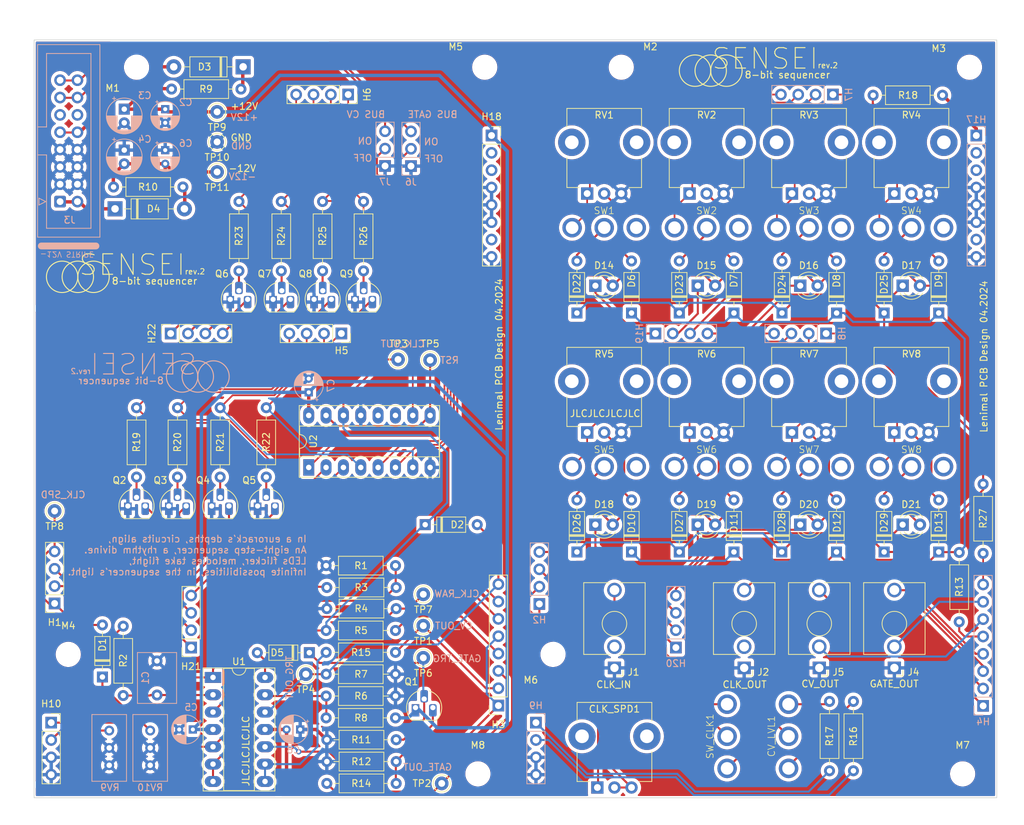
<source format=kicad_pcb>
(kicad_pcb (version 20240108) (generator "pcbnew") (generator_version "8.0")
  (layers (0 "F.Cu" signal) (31 "B.Cu" signal) (34 "B.Paste" user) (35 "F.Paste" user) (36 "B.SilkS" user "B.Silkscreen") (37 "F.SilkS" user "F.Silkscreen") (38 "B.Mask" user) (39 "F.Mask" user) (44 "Edge.Cuts" user))
  (net 0 "")
  (net 1 "GNDREF")
  (net 2 "Net-(U1A--)")
  (net 3 "+12V")
  (net 4 "-12V")
  (net 5 "Net-(CV_LVL1-A)")
  (net 6 "Net-(CV_LVL1-B)")
  (net 7 "Net-(CV_LVL1-C)")
  (net 8 "Net-(D1-K)")
  (net 9 "Net-(D1-A)")
  (net 10 "Net-(D2-K)")
  (net 11 "Net-(D2-A)")
  (net 12 "Net-(D3-K)")
  (net 13 "Net-(D3-A)")
  (net 14 "Net-(D4-K)")
  (net 15 "Net-(D4-A)")
  (net 16 "Net-(D5-K)")
  (net 17 "Net-(D5-A)")
  (net 18 "Net-(D10-K)")
  (net 19 "Net-(D6-A)")
  (net 20 "Net-(D7-A)")
  (net 21 "Net-(D8-A)")
  (net 22 "Net-(D9-A)")
  (net 23 "Net-(D10-A)")
  (net 24 "Net-(D11-A)")
  (net 25 "Net-(D12-A)")
  (net 26 "Net-(D13-A)")
  (net 27 "Net-(D14-K)")
  (net 28 "Net-(D14-A)")
  (net 29 "Net-(D15-K)")
  (net 30 "Net-(D16-K)")
  (net 31 "Net-(D17-K)")
  (net 32 "Net-(D18-K)")
  (net 33 "Net-(D19-K)")
  (net 34 "Net-(D20-K)")
  (net 35 "Net-(D21-K)")
  (net 36 "Net-(D22-K)")
  (net 37 "Net-(D22-A)")
  (net 38 "Net-(D23-A)")
  (net 39 "Net-(D24-A)")
  (net 40 "Net-(D25-A)")
  (net 41 "Net-(D26-A)")
  (net 42 "Net-(D27-A)")
  (net 43 "Net-(D28-A)")
  (net 44 "Net-(D29-A)")
  (net 45 "/TOGGLE/SW_OUT")
  (net 46 "/led_drivers/LED_DRIVER_4")
  (net 47 "/led_drivers/LED_DRIVER_3")
  (net 48 "/led_drivers/LED_DRIVER_2")
  (net 49 "/led_drivers/LED_DRIVER_1")
  (net 50 "/led_drivers/LED_DRIVER_8")
  (net 51 "/led_drivers/LED_DRIVER_7")
  (net 52 "/led_drivers/LED_DRIVER_6")
  (net 53 "/led_drivers/LED_DRIVER_5")
  (net 54 "/TOGGLE/SW_DRIVER_4")
  (net 55 "/TOGGLE/SW_DRIVER_3")
  (net 56 "/TOGGLE/SW_DRIVER_2")
  (net 57 "/TOGGLE/SW_DRIVER_1")
  (net 58 "/TOGGLE/SW_DRIVER_8")
  (net 59 "/TOGGLE/SW_DRIVER_7")
  (net 60 "/TOGGLE/SW_DRIVER_6")
  (net 61 "/TOGGLE/SW_DRIVER_5")
  (net 62 "Net-(SW_CLK1-A)")
  (net 67 "Net-(Q1-E)")
  (net 68 "Net-(Q2-B)")
  (net 69 "Net-(Q3-B)")
  (net 70 "Net-(Q4-B)")
  (net 71 "Net-(Q5-B)")
  (net 72 "Net-(Q6-B)")
  (net 73 "Net-(Q7-B)")
  (net 74 "Net-(Q8-B)")
  (net 75 "Net-(Q9-B)")
  (net 76 "Net-(U1A-+)")
  (net 77 "Net-(U1D--)")
  (net 78 "Net-(U1C--)")
  (net 87 "Net-(U2-Q8)")
  (net 90 "Net-(J7-Pin_3)")
  (net 91 "Net-(J6-Pin_3)")
  (net 92 "Net-(H2A-Pin_1)")
  (net 93 "Net-(H2B-Pin_2)")
  (net 94 "Net-(H1B-Pin_2)")
  (net 95 "Net-(H1A-Pin_1)")
  (net 96 "Net-(H2D-Pin_4)")
  (net 97 "Net-(H2C-Pin_3)")
  (net 104 "Net-(H21B-Pin_2)")
  (net 105 "Net-(H21C-Pin_3)")
  (net 106 "Net-(H21D-Pin_4)")
  (net 107 "Net-(H21A-Pin_1)")
  (net 108 "Net-(H22D-Pin_4)")
  (net 109 "Net-(H22B-Pin_2)")
  (net 110 "Net-(H22A-Pin_1)")
  (net 111 "Net-(H22C-Pin_3)")
  (net 112 "Net-(H3C-Pin_3)")
  (net 113 "Net-(H3D-Pin_4)")
  (net 114 "Net-(H3G-Pin_7)")
  (net 115 "Net-(H3F-Pin_6)")
  (net 116 "Net-(H3B-Pin_2)")
  (net 117 "Net-(H4C-Pin_3)")
  (net 118 "Net-(H4G-Pin_7)")
  (net 119 "Net-(H4E-Pin_5)")
  (net 120 "Net-(H4B-Pin_2)")
  (net 121 "Net-(H4D-Pin_4)")
  (net 122 "Net-(H4F-Pin_6)")
  (net 123 "Net-(H3A-Pin_3)")
  (net 124 "Net-(H9A-Pin_1)")
  (net 125 "Net-(H9B-Pin_2)")
  (net 126 "Net-(H10B-Pin_2)")
  (net 127 "Net-(H10A-Pin_1)")
  (footprint "Synth:PinSocket_1x04_P2.54mm_Vertical" (layer "F.Cu") (at 96 58 -90)
    (property "Reference" "H6")
    (property "Value" "BTM_SGL_RW_1")
  )
  (footprint "LED_THT:LED_D3.0mm" (layer "F.Cu") (at 162.21 86)
    (property "Reference" "D16")
    (property "Value" "LED")
  )
  (footprint "Synth:R_Default (DIN0207)" (layer "F.Cu") (at 77.25 114 90)
    (property "Reference" "R21")
    (property "Value" "100K")
  )
  (footprint "LED_THT:LED_D3.0mm" (layer "F.Cu") (at 132.21 86)
    (property "Reference" "D14")
    (property "Value" "LED")
  )
  (footprint "Synth:Jack_3.5mm_QingPu_WQP-PJ398SM_Vertical_CircularHoles" (layer "F.Cu") (at 154 135.5 180)
    (property "Reference" "J2")
    (property "Value" "CLK OUT")
  )
  (footprint "Synth:R_Default (DIN0207)" (layer "F.Cu") (at 103 152.5 180)
    (property "Reference" "R11")
    (property "Value" "100K")
  )
  (footprint "Synth:SW_default" (layer "F.Cu") (at 178.5 112.5)
    (property "Reference" "SW8")
    (property "Value" "~")
  )
  (footprint "Synth:Potentiometer_TT_P0915N" (layer "F.Cu") (at 178.5 65)
    (property "Reference" "RV4")
    (property "Value" "B100K")
  )
  (footprint "Synth:D_DO-41_SOD81_P10.16mm_Horizontal" (layer "F.Cu") (at 80.56 53.94 180)
    (property "Reference" "D3")
    (property "Value" "1N5819")
  )
  (footprint "Synth:R_Default (DIN0207)" (layer "F.Cu") (at 103 158.9 180)
    (property "Reference" "R14")
    (property "Value" "200")
  )
  (footprint "Package_TO_SOT_THT:TO-92_HandSolder" (layer "F.Cu") (at 85 88)
    (property "Reference" "Q7")
    (property "Value" "2N3904")
  )
  (footprint "Synth:D_DO-35_SOD27_P7.62mm_Horizontal" (layer "F.Cu") (at 152.5 125 90)
    (property "Reference" "D11")
    (property "Value" "1N4148")
  )
  (footprint "Connector_Pin:Pin_D1.0mm_L10.0mm" (layer "F.Cu") (at 76.8 69.34)
    (property "Reference" "TP11")
    (property "Value" "TestPoint")
  )
  (footprint "Synth:Potentiometer_TT_P0915N" (layer "F.Cu") (at 178.5 100)
    (property "Reference" "RV8")
    (property "Value" "B100K")
  )
  (footprint "Package_TO_SOT_THT:TO-92_HandSolder" (layer "F.Cu") (at 91 88)
    (property "Reference" "Q8")
    (property "Value" "2N3904")
  )
  (footprint "Synth:SW_default" (layer "F.Cu") (at 133.5 77.5)
    (property "Reference" "SW1")
    (property "Value" "~")
  )
  (footprint "Synth:Potentiometer_TT_P0915N" (layer "F.Cu") (at 163.5 65)
    (property "Reference" "RV3")
    (property "Value" "B100K")
  )
  (footprint "Synth:D_DO-35_SOD27_P7.62mm_Horizontal" (layer "F.Cu") (at 60 143.31 90)
    (property "Reference" "D1")
    (property "Value" "1N4148")
  )
  (footprint "Synth:Jack_3.5mm_QingPu_WQP-PJ398SM_Vertical_CircularHoles" (layer "F.Cu") (at 135 135.5 180)
    (property "Reference" "J1")
    (property "Value" "CLK_IN")
  )
  (footprint "Connector_Pin:Pin_D1.0mm_L10.0mm" (layer "F.Cu") (at 76.8 64.94)
    (property "Reference" "TP10")
    (property "Value" "TestPoint")
  )
  (footprint "LED_THT:LED_D3.0mm" (layer "F.Cu") (at 162.21 121)
    (property "Reference" "D20")
    (property "Value" "LED")
  )
  (footprint "Synth:R_Default (DIN0207)" (layer "F.Cu") (at 92.8 127)
    (property "Reference" "R1")
    (property "Value" "100K")
  )
  (footprint "Connector_Pin:Pin_D1.0mm_L10.0mm" (layer "F.Cu") (at 107 135.8)
    (property "Reference" "TP1")
    (property "Value" "TestPoint")
  )
  (footprint "Package_TO_SOT_THT:TO-92_HandSolder" (layer "F.Cu") (at 69.73 118.27)
    (property "Reference" "Q3")
    (property "Value" "2N3904")
  )
  (footprint "Synth:SW_default" (layer "F.Cu") (at 151.5 152 90)
    (property "Reference" "SW_CLK1")
    (property "Value" "~")
  )
  (footprint "Synth:R_Default (DIN0207)" (layer "F.Cu") (at 71 114 90)
    (property "Reference" "R20")
    (property "Value" "100K")
  )
  (footprint "Synth:Jack_3.5mm_QingPu_WQP-PJ398SM_Vertical_CircularHoles" (layer "F.Cu") (at 176 135.5 180)
    (property "Reference" "J4")
    (property "Value" "GATE OUT")
  )
  (footprint "Synth:D_DO-35_SOD27_P7.62mm_Horizontal" (layer "F.Cu") (at 129.5 125 90)
    (property "Reference" "D26")
    (property "Value" "1N4148")
  )
  (footprint "Synth:Potentiometer_TT_P0915N" (layer "F.Cu") (at 135 152)
    (property "Reference" "CLK_SPD1")
    (property "Value" "B250K")
  )
  (footprint "LED_THT:LED_D3.0mm" (layer "F.Cu") (at 177.21 121)
    (property "Reference" "D21")
    (property "Value" "LED")
  )
  (footprint "Synth:D_DO-35_SOD27_P7.62mm_Horizontal" (layer "F.Cu") (at 174.5 90 90)
    (property "Reference" "D25")
    (property "Value" "1N4148")
  )
  (footprint "Synth:PinSocket_1x04_P2.54mm_Vertical" (layer "F.Cu") (at 52.5 150)
    (property "Reference" "H10")
    (property "Value" "CV_LVL_BTM")
  )
  (footprint "Synth:PinSocket_1x04_P2.54mm_Vertical" (layer "F.Cu") (at 73 139 180)
    (property "Reference" "H21")
    (property "Value" "BTM_LED_RW_1")
  )
  (footprint "Synth:SW_default" (layer "F.Cu") (at 163.5 112.5)
    (property "Reference" "SW7")
    (property "Value" "~")
  )
  (footprint "Synth:D_DO-35_SOD27_P7.62mm_Horizontal" (layer "F.Cu") (at 137.5 90 90)
    (property "Reference" "D6")
    (property "Value" "1N4148")
  )
  (footprint "Synth:R_Default (DIN0207)" (layer "F.Cu") (at 103 155.7 180)
    (property "Reference" "R12")
    (property "Value" "4K7")
  )
  (footprint "LED_THT:LED_D3.0mm" (layer "F.Cu") (at 147.21 121)
    (property "Reference" "D19")
    (property "Value" "LED")
  )
  (footprint "Synth:D_DO-35_SOD27_P7.62mm_Horizontal" (layer "F.Cu") (at 182.5 125 90)
    (property "Reference" "D13")
    (property "Value" "1N4148")
  )
  (footprint "MountingHole:MountingHole_3.2mm_M3" (layer "F.Cu") (at 115 157.5)
    (property "Reference" "M8")
    (property "Value" "MountingHole")
  )
  (footprint "Synth:R_Default (DIN0207)" (layer "F.Cu") (at 98.25 83.8 90)
    (property "Reference" "R26")
    (property "Value" "100K")
  )
  (footprint "LED_THT:LED_D3.0mm" (layer "F.Cu") (at 132.21 121)
    (property "Reference" "D18")
    (property "Value" "LED")
  )
  (footprint "Synth:D_DO-35_SOD27_P7.62mm_Horizontal" (layer "F.Cu") (at 159.54 90 90)
    (property "Reference" "D24")
    (property "Value" "1N4148")
  )
  (footprint "Synth:SW_default" (layer "F.Cu") (at 148.5 112.5)
    (property "Reference" "SW6")
    (property "Value" "~")
  )
  (footprint "Synth:R_Default (DIN0207)" (layer "F.Cu") (at 185.5 135.2 90)
    (property "Reference" "R13")
    (property "Value" "68K")
  )
  (footprint "MountingHole:MountingHole_3.2mm_M3" (layer "F.Cu") (at 126 140)
    (property "Reference" "M6")
    (property "Value" "MountingHole")
  )
  (footprint "Synth:D_DO-41_SOD81_P10.16mm_Horizontal" (layer "F.Cu") (at 61.9 74.74)
    (property "Reference" "D4")
    (property "Value" "1N5819")
  )
  (footprint "MountingHole:MountingHole_3.2mm_M3" (layer "F.Cu") (at 187 54)
    (property "Reference" "M3")
    (property "Value" "MountingHole")
  )
  (footprint "Package_TO_SOT_THT:TO-92_HandSolder" (layer "F.Cu") (at 105.86 147.8)
    (property "Reference" "Q1")
    (property "Value" "BC547")
  )
  (footprint "Package_TO_SOT_THT:TO-92_HandSolder" (layer "F.Cu") (at 97 88)
    (property "Reference" "Q9")
    (property "Value" "2N3904")
  )
  (footprint "Synth:D_DO-35_SOD27_P7.62mm_Horizontal" (layer "F.Cu") (at 90.31 139.75 180)
    (property "Reference" "D5")
    (property "Value" "1N4148")
  )
  (footprint "Synth:Potentiometer_TT_P0915N" (layer "F.Cu") (at 163.5 100)
    (property "Reference" "RV7")
    (property "Value" "B100K")
  )
  (footprint "Package_TO_SOT_THT:TO-92_HandSolder" (layer "F.Cu") (at 76 118.27)
    (property "Reference" "Q4")
    (property "Value" "2N3904")
  )
  (footprint "Synth:D_DO-35_SOD27_P7.62mm_Horizontal" (layer "F.Cu") (at 137.5 125 90)
    (property "Reference" "D10")
    (property "Value" "1N4148")
  )
  (footprint "Connector_Pin:Pin_D1.0mm_L10.0mm" (layer "F.Cu") (at 107 140.5)
    (property "Reference" "TP6")
    (property "Value" "TestPoint")
  )
  (footprint "Synth:PinSocket_1x04_P2.54mm_Vertical" (layer "F.Cu") (at 95 93 -90)
    (property "Reference" "H5")
    (property "Value" "BTM_SGL_RW_2")
  )
  (footprint "Synth:D_DO-35_SOD27_P7.62mm_Horizontal" (layer "F.Cu") (at 174.5 125 90)
    (property "Reference" "D29")
    (property "Value" "1N4148")
  )
  (footprint "Synth:R_Default (DIN0207)" (layer "F.Cu") (at 189 125.18 90)
    (property "Reference" "R27")
    (property "Value" "100K")
  )
  (footprint "Connector_Pin:Pin_D1.0mm_L10.0mm" (layer "F.Cu") (at 53 119)
    (property "Reference" "TP8")
    (property "Value" "TestPoint")
  )
  (footprint "Synth:D_DO-35_SOD27_P7.62mm_Horizontal" (layer "F.Cu") (at 159.5 125 90)
    (property "Reference" "D28")
    (property "Value" "1N4148")
  )
  (footprint "Synth:R_Default (DIN0207)" (layer "F.Cu") (at 103 130.2 180)
    (property "Reference" "R3")
    (property "Value" "100K")
  )
  (footprint "LED_THT:LED_D3.0mm" (layer "F.Cu") (at 147.21 86)
    (property "Reference" "D15")
    (property "Value" "LED")
  )
  (footprint "MountingHole:MountingHole_3.2mm_M3" (layer "F.Cu") (at 55 140)
    (property "Reference" "M4")
    (property "Value" "MountingHole")
  )
  (footprint "Synth:D_DO-35_SOD27_P7.62mm_Horizontal" (layer "F.Cu") (at 152.5 90 90)
    (property "Reference" "D7")
    (property "Value" "1N4148")
  )
  (footprint "Synth:R_Default (DIN0207)" (layer "F.Cu") (at 80 83.8 90)
    (property "Reference" "R23")
    (property "Value" "100K")
  )
  (footprint "Synth:D_DO-35_SOD27_P7.62mm_Horizontal" (layer "F.Cu") (at 144.5 125 90)
    (property "Reference" "D27")
    (property "Value" "1N4148")
  )
  (footprint "MountingHole:MountingHole_3.2mm_M3" (layer "F.Cu") (at 116 54)
    (property "Reference" "M5")
    (property "Value" "MountingHole")
  )
  (footprint "Connector_Pin:Pin_D1.0mm_L10.0mm" (layer "F.Cu") (at 76.8 60.54)
    (property "Reference" "TP9")
    (property "Value" "TestPoint")
  )
  (footprint "Synth:D_DO-35_SOD27_P7.62mm_Horizontal" (layer "F.Cu") (at 167.525 125 90)
    (property "Reference" "D12")
    (property "Value" "1N4148")
  )
  (footprint "Synth:R_Default (DIN0207)" (layer "F.Cu") (at 166.5 146.92 -90)
    (property "Reference" "R17")
    (property "Value" "51K")
  )
  (footprint "Synth:PinSocket_1x04_P2.54mm_Vertical" (layer "F.Cu") (at 70 93 90)
    (property "Reference" "H22")
    (property "Value" "BTM_LED_RW_2")
  )
  (footprint "Synth:R_Default (DIN0207)" (layer "F.Cu") (at 92.8 139.7)
    (property "Reference" "R15")
    (property "Value" "1K")
  )
  (footprint "Connector_Pin:Pin_D1.0mm_L10.0mm" (layer "F.Cu") (at 107 131.2)
    (property "Reference" "TP7")
    (property "Value" "TestPoint")
  )
  (footprint "Synth:SW_default" (layer "F.Cu") (at 148.5 77.5)
    (property "Reference" "SW2")
    (property "Value" "~")
  )
  (footprint "Synth:D_DO-35_SOD27_P7.62mm_Horizontal" (layer "F.Cu") (at 107.28 121)
    (property "Reference" "D2")
    (property "Value" "1N4148")
  )
  (footprint "Synth:R_Default (DIN0207)" (layer "F.Cu") (at 84 114 90)
    (property "Reference" "R22")
    (property "Value" "100K")
  )
  (footprint "Synth:R_Default (DIN0207)" (layer "F.Cu") (at 92.8 149.3)
    (property "Reference" "R8")
    (property "Value" "100K")
  )
  (footprint "Synth:R_Default (DIN0207)" (layer "F.Cu") (at 71.76 71.54 180)
    (property "Reference" "R10")
    (property "Value" "10")
  )
  (footprint "Connector_Pin:Pin_D1.0mm_L10.0mm" (layer "F.Cu") (at 109.7 158.9)
    (property "Reference" "TP2")
    (property "Value" "TestPoint")
  )
  (footprint "MountingHole:MountingHole_3.2mm_M3" (layer "F.Cu") (at 136 54)
    (property "Reference" "M2")
    (property "Value" "MountingHole")
  )
  (footprint "Synth:R_Default (DIN0207)" (layer "F.Cu") (at 63.05 146 90)
    (property "Reference" "R2")
    (property "Value" "2K")
  )
  (footprint "Synth:D_DO-35_SOD27_P7.62mm_Horizontal" (layer "F.Cu") (at 129.5 90 90)
    (property "Reference" "D22")
    (property "Value" "1N4148")
  )
  (footprint "Synth:D_DO-35_SOD27_P7.62mm_Horizontal" (layer "F.Cu") (at 167.54 90 90)
    (property "Reference" "D8")
    (property "Value" "1N4148")
  )
  (footprint "Connector_Pin:Pin_D1.0mm_L10.0mm" (layer "F.Cu") (at 103.3 96.8)
    (property "Reference" "TP3")
    (property "Value" "TestPoint")
  )
  (footprint "Synth:D_DO-35_SOD27_P7.62mm_Horizontal" (layer "F.Cu") (at 182.5 90 90)
    (property "Reference" "D9")
    (property "Value" "1N4148")
  )
  (footprint "Synth:R_Default (DIN0207)" (layer "F.Cu") (at 80.26 57.2 180)
    (property "Reference" "R9")
    (property "Value" "10")
  )
  (footprint "MountingHole:MountingHole_3.2mm_M3" (layer "F.Cu") (at 65 54)
    (property "Reference" "M1")
    (property "Value" "MountingHole")
  )
  (footprint "MountingHole:MountingHole_3.2mm_M3" (layer "F.Cu") (at 186 157.5)
    (property "Reference" "M7")
    (property "Value" "MountingHole")
  )
  (footprint "Package_TO_SOT_THT:TO-92_HandSolder" (layer "F.Cu") (at 63.73 118.27)
    (property "Reference" "Q2")
    (property "Value" "2N3904")
  )
  (footprint "Synth:R_Default (DIN0207)" (layer "F.Cu") (at 92.8 142.9)
    (property "Reference" "R7")
    (property "Value" "100K")
  )
  (footprint "Synth:Potentiometer_TT_P0915N" (layer "F.Cu") (at 148.5 65)
    (property "Reference" "RV2")
    (property "Value" "B100K")
  )
  (footprint "Package_DIP:DIP-16_W7.62mm_Socket_LongPads" (layer "F.Cu") (at 90.22 112.62 90)
    (property "Reference" "U2")
    (property "Value" "4017")
  )
  (footprint "Synth:R_Default (DIN0207)" (layer "F.Cu") (at 103 133.3 180)
    (property "Reference" "R4")
    (property "Value" "100K")
  )
  (footprint "Synth:Potentiometer_TT_P0915N" (layer "F.Cu") (at 148.5 100)
    (property "Reference" "RV6")
    (property "Value" "B100K")
  )
  (footprint "Synth:PinSocket_1x08_P2.54mm_Vertical" (layer "F.Cu") (at 118 147.5 180)
    (property "Reference" "H3")
    (property "Value" "BTM_CTRL")
  )
  (footprint "Synth:SW_default" (layer "F.Cu") (at 160.5 152 90)
    (property "Reference" "CV_LVL1")
    (property "Value" "~")
  )
  (footprint "LED_THT:LED_D3.0mm" (layer "F.Cu") (at 177.21 86)
    (property "Reference" "D17")
    (property "Value" "LED")
  )
  (footprint "Synth:SW_default" (layer "F.Cu") (at 178.5 77.5)
    (property "Reference" "SW4")
    (property "Value" "~")
  )
  (footprint "Synth:R_Default (DIN0207)" (layer "F.Cu") (at 92.8 136.5)
    (property "Reference" "R5")
    (property "Value" "1K")
  )
  (footprint "Connector_Pin:Pin_D1.0mm_L10.0mm" (layer "F.Cu") (at 89.8 142.9)
    (property "Reference" "TP4")
    (property "Value" "TestPoint")
  )
  (footprint "Synth:Potentiometer_TT_P0915N" (layer "F.Cu") (at 133.5 100)
    (property "Reference" "RV5")
    (property "Value" "B100K")
  )
  (footprint "Synth:R_Default (DIN0207)" (layer "F.Cu") (at 170 146.92 -90)
    (property "Reference" "R16")
    (property "Value" "18K")
  )
  (footprint "Synth:R_Default (DIN0207)" (layer "F.Cu") (at 86.2 83.8 90)
    (property "Reference" "R24")
    (property "Value" "100K")
  )
  (footprint "Synth:R_Default (DIN0207)" (layer "F.Cu") (at 65 114 90)
    (property "Reference" "R19")
    (property "Value" "100K")
  )
  (footprint "Synth:SW_default" (layer "F.Cu") (at 163.5 77.5)
    (property "Reference" "SW3")
    (property "Value" "~")
  )
  (footprint "Synth:PinSocket_1x08_P2.54mm_Vertical" (layer "F.Cu") (at 117 64)
    (property "Reference" "H18")
    (property "Value" "BTM_PWR")
  )
  (footprint "Synth:D_DO-35_SOD27_P7.62mm_Horizontal" (layer "F.Cu") (at 144.5 90 90)
    (property "Reference" "D23")
    (property "Value" "1N4148")
  )
  (footprint "Synth:R_Default (DIN0207)" (layer "F.Cu") (at 172.92 58.1)
    (property "Reference" "R18")
    (property "Value" "1K")
  )
  (footprint "Synth:R_Default (DIN0207)" (layer "F.Cu") (at 92.25 83.8 90)
    (property "Reference" "R25")
    (property "Value" "100K")
  )
  (footprint "Package_TO_SOT_THT:TO-92_HandSolder" (layer "F.Cu") (at 78.73 88)
    (property "Reference" "Q6")
    (property "Value" "2N3904")
  )
  (footprint "Synth:Potentiometer_TT_P0915N" (layer "F.Cu") (at 133.5 65)
    (property "Reference" "RV1")
    (property "Value" "B100K")
  )
  (footprint "Synth:SW_default" (layer "F.Cu") (at 133.5 112.5)
    (property "Reference" "SW5")
    (property "Value" "~")
  )
  (footprint "Synth:PinSocket_1x04_P2.54mm_Vertical" (layer "F.Cu") (at 53 132.54 180)
    (property "Reference" "H1")
    (property "Value" "BTM_CLK")
  )
  (footprint "Synth:R_Default (DIN0207)" (layer "F.Cu") (at 92.8 146.1)
    (property "Reference" "R6")
    (property "Value" "47K")
  )
  (footprint "Synth:Jack_3.5mm_QingPu_WQP-PJ398SM_Vertical_CircularHoles" (layer "F.Cu") (at 165 135.5 180)
    (property "Reference" "J5")
    (property "Value" "CV OUT")
  )
  (footprint "Connector_Pin:Pin_D1.0mm_L10.0mm" (layer "F.Cu") (at 108 96.9)
    (property "Reference" "TP5")
    (property "Value" "TestPoint")
  )
  (footprint "Package_DIP:DIP-14_W7.62mm_Socket_LongPads" (layer "F.Cu") (at 76.2 143.375)
    (property "Reference" "U1")
    (property "Value" "TL074")
  )
  (footprint "Package_TO_SOT_THT:TO-92_HandSolder" (layer "F.Cu") (at 82.73 118.27)
    (property "Reference" "Q5")
    (property "Value" "2N3904")
  )
  (footprint "Synth:C_RECT_MKT_1uF" (layer "B.Cu") (at 68 140.955 -90)
    (property "Reference" "C1")
    (property "Value" "0.1 uF")
  )
  (footprint "Synth:PinHeader_1x04_P2.54mm_Vertical" (layer "B.Cu") (at 166 93 90)
    (property "Reference" "H8")
    (property "Value" "TOP_SGL_RW_1")
  )
  (footprint "Synth:PinHeader_1x04_P2.54mm_Vertical" (layer "B.Cu") (at 124 132.62)
    (property "Reference" "H2")
    (property "Value" "TOP_CLK")
  )
  (footprint "Synth:PinHeader_1x04_P2.54mm_Vertical" (layer "B.Cu") (at 144 139)
    (property "Reference" "H20")
    (property "Value" "TOP_LED_RW_2")
  )
  (footprint "Capacitor_THT:CP_Radial_D4.0mm_P2.00mm" (layer "B.Cu") (at 90.22 101.62 90)
    (property "Reference" "C7")
    (property "Value" "0.1uF")
  )
  (footprint "Capacitor_THT:CP_Radial_D4.0mm_P2.00mm" (layer "B.Cu") (at 88.9726 151 180)
    (property "Reference" "C8")
    (property "Value" "0.1uF")
  )
  (footprint "Synth:PinHeader_1x04_P2.54mm_Vertical" (layer "B.Cu") (at 167 58 90)
    (property "Reference" "H7")
    (property "Value" "TOP_SGL_RW_2")
  )
  (footprint "Synth:PinHeader_1x04_P2.54mm_Vertical" (layer "B.Cu") (at 141 93 -90)
    (property "Reference" "H19")
    (property "Value" "TOP_LED_RW_1")
  )
  (footprint "Potentiometer_THT:Potentiometer_Bourns_3296W_Vertical" (layer "B.Cu") (at 67 151.16 90)
    (property "Reference" "RV10")
    (property "Value" "5K")
  )
  (footprint "Synth:PinHeader_1x08_P2.54mm_Vertical" (layer "B.Cu") (at 188 64 180)
    (property "Reference" "H17")
    (property "Value" "TOP_PWR")
  )
  (footprint "Connector_PinHeader_2.54mm:PinHeader_1x03_P2.54mm_Vertical" (layer "B.Cu") (at 105.2 68.48)
    (property "Reference" "J6")
    (property "Value" "GATE_BUS_ENABLE")
  )
  (footprint "Synth:PinHeader_1x08_P2.54mm_Vertical" (layer "B.Cu") (at 189 147.54)
    (property "Reference" "H4")
    (property "Value" "TOP_CTRL")
  )
  (footprint "Synth:IDC-Header_2x08_P2.54mm_Vertical" (layer "B.Cu") (at 53.8 73.68)
    (property "Reference" "J3")
    (property "Value" "PWR")
  )
  (footprint "Potentiometer_THT:Potentiometer_Bourns_3296W_Vertical" (layer "B.Cu") (at 61 151.16 90)
    (property "Reference" "RV9")
    (property "Value" "2K")
  )
  (footprint "Synth:PinHeader_1x04_P2.54mm_Vertical" (layer "B.Cu") (at 123.5 150 180)
    (property "Reference" "H9")
    (property "Value" "CV_LVL_TOP")
  )
  (footprint "Capacitor_THT:CP_Radial_D4.0mm_P2.00mm" (layer "B.Cu") (at 73.25 151 180)
    (property "Reference" "C5")
    (property "Value" "0.1uF")
  )
  (footprint "Connector_PinHeader_2.54mm:PinHeader_1x03_P2.54mm_Vertical" (layer "B.Cu") (at 101.4 68.46)
    (property "Reference" "J7")
    (property "Value" "CV_BUS_ENABLE")
  )
  (footprint "Capacitor_THT:CP_Radial_D5.0mm_P2.00mm" (layer "B.Cu") (at 63.2 60.14 -90)
    (property "Reference" "C3")
    (property "Value" "47uF")
  )
  (footprint "Capacitor_THT:CP_Radial_D5.0mm_P2.00mm" (layer "B.Cu") (at 63.2 66.14 -90)
    (property "Reference" "C4")
    (property "Value" "47uF")
  )
  (footprint "Capacitor_THT:CP_Radial_D4.0mm_P2.00mm" (layer "B.Cu") (at 69.2 66.14 -90)
    (property "Reference" "C6")
    (property "Value" "0.1uF")
  )
  (footprint "Capacitor_THT:CP_Radial_D4.0mm_P2.00mm" (layer "B.Cu") (at 69.2 60.14 -90)
    (property "Reference" "C2")
    (property "Value" "0.1uF")
  )
  (gr_circle (center 71.673332 99.3) (end 73.973332 99.3) (stroke (width 0.15)) (fill none) (layer "B.SilkS"))
  (gr_circle (center 73.973332 99.3) (end 76.273332 99.3) (stroke (width 0.15)) (fill none) (layer "B.SilkS"))
  (gr_circle (center 76.273332 99.3) (end 73.973332 99.3) (stroke (width 0.15)) (fill none) (layer "B.SilkS"))
  (gr_circle (center 151.4 54.5) (end 149.1 54.5) (stroke (width 0.15)) (fill none) (layer "F.SilkS"))
  (gr_circle (center 56.4 84.7) (end 54.1 84.7) (stroke (width 0.15)) (fill none) (layer "F.SilkS"))
  (gr_circle (center 58.7 84.7) (end 56.4 84.7) (stroke (width 0.15)) (fill none) (layer "F.SilkS"))
  (gr_circle (center 146.8 54.5) (end 149.1 54.5) (stroke (width 0.15)) (fill none) (layer "F.SilkS"))
  (gr_circle (center 149.1 54.5) (end 146.8 54.5) (stroke (width 0.15)) (fill none) (layer "F.SilkS"))
  (gr_circle (center 54.1 84.7) (end 56.4 84.7) (stroke (width 0.15)) (fill none) (layer "F.SilkS"))
  (gr_rect (start 50 50) (end 191 161) (stroke (width 0.1)) (fill none) (layer "Edge.Cuts"))
  (gr_text "+12V" (at 82.9 61.9 0) (layer "B.SilkS") (effects (font (size 1 1)) (justify left bottom mirror)))
  (gr_text "CLK_OUT" (at 107.3 95.1 0) (layer "B.SilkS") (effects (font (size 1 1)) (justify left bottom mirror)))
  (gr_text "OFF\n" (at 110 68 0) (layer "B.SilkS") (effects (font (size 1 1)) (justify left bottom mirror)))
  (gr_text "GATE_OUT" (at 111.3 157.1 0) (layer "B.SilkS") (effects (font (size 1 1)) (justify left bottom mirror)))
  (gr_text "BUS GATE" (at 112.1 61.5 0) (layer "B.SilkS") (effects (font (size 1 1)) (justify left bottom mirror)))
  (gr_text "GND" (at 82 66.1 0) (layer "B.SilkS") (effects (font (size 1 1)) (justify left bottom mirror)))
  (gr_text "-12V" (at 82.6 70.6 0) (layer "B.SilkS") (effects (font (size 1 1)) (justify left bottom mirror)))
  (gr_text "RST" (at 112.3 97.5 0) (layer "B.SilkS") (effects (font (size 1 1)) (justify left bottom mirror)))
  (gr_text "ON" (at 109.3 65.5 0) (layer "B.SilkS") (effects (font (size 1 1)) (justify left bottom mirror)))
  (gr_text "TRG_OUT" (at 88 140.1 90) (layer "B.SilkS") (effects (font (size 1 1)) (justify left bottom mirror)))
  (gr_text "CLK_SPD" (at 57.6 117.2 0) (layer "B.SilkS") (effects (font (size 1 1)) (justify left bottom mirror)))
  (gr_text "ON" (at 99.6 65.4 0) (layer "B.SilkS") (effects (font (size 1 1)) (justify left bottom mirror)))
  (gr_text "OFF\n" (at 99.6 67.9 0) (layer "B.SilkS") (effects (font (size 1 1)) (justify left bottom mirror)))
  (gr_text "In a eurorack's depths, circuits align,\nAn eight-step sequencer, a rhythm divine.\nLEDs flicker, melodies take flight,\nInfinite possibilities, in the sequencer's light." (at 90 128.5 -0) (layer "B.SilkS") (effects (font (size 1 1)) (justify left bottom mirror)))
  (gr_text "BUS CV\n" (at 101.5 61.5 0) (layer "B.SilkS") (effects (font (size 1 1)) (justify left bottom mirror)))
  (gr_text "rev.2" (at 58.373332 99 -0) (layer "B.SilkS") (effects (font (size 0.8 0.8) (thickness 0.125)) (justify left bottom mirror)))
  (gr_text "CV_OUT" (at 114.3 136.4 0) (layer "B.SilkS") (effects (font (size 1 1)) (justify left bottom mirror)))
  (gr_text "CLK_RAW" (at 115.3 131.7 0) (layer "B.SilkS") (effects (font (size 1 1)) (justify left bottom mirror)))
  (gr_text "8-bit sequencer" (at 69.073332 100.5 -0) (layer "B.SilkS") (effects (font (size 1 1)) (justify left bottom mirror)))
  (gr_text "SENSEI" (at 73.973332 99.3 -0) (layer "B.SilkS") (effects (font (size 3 3)) (justify left bottom mirror)))
  (gr_text "GATE_TRG" (at 115.6 141.2 0) (layer "B.SilkS") (effects (font (size 1 1)) (justify left bottom mirror)))
  (gr_text "GND" (at 78.7 64.9 0) (layer "F.SilkS") (effects (font (size 1 1)) (justify left bottom)))
  (gr_text "-12V" (at 78.4 69.4 0) (layer "F.SilkS") (effects (font (size 1 1)) (justify left bottom)))
  (gr_text "SENSEI" (at 56.4 84.7 0) (layer "F.SilkS") (effects (font (size 3 3)) (justify left bottom)))
  (gr_text "GATE_OUT" (at 172.3 144.9 0) (layer "F.SilkS") (effects (font (size 1 1)) (justify left bottom)))
  (gr_text "+12V" (at 78.7 60.3 0) (layer "F.SilkS") (effects (font (size 1 1)) (justify left bottom)))
  (gr_text "JLCJLCJLCJLC" (at 128.4 105.3 0) (layer "F.SilkS") (effects (font (size 1 1)) (justify left bottom)))
  (gr_text "SENSEI" (at 149.1 54.5 0) (layer "F.SilkS") (effects (font (size 3 3)) (justify left bottom)))
  (gr_text "CV_OUT" (at 162.3 144.9 0) (layer "F.SilkS") (effects (font (size 1 1)) (justify left bottom)))
  (gr_text "CLK_IN" (at 132.25 145 0) (layer "F.SilkS") (effects (font (size 1 1)) (justify left bottom)))
  (gr_text "JLCJLCJLCJLC" (at 81.6 159.4 90) (layer "F.SilkS") (effects (font (size 1 1)) (justify left bottom)))
  (gr_text "rev.2" (at 72 84.4 0) (layer "F.SilkS") (effects (font (size 0.8 0.8) (thickness 0.125)) (justify left bottom)))
  (gr_text "8-bit sequencer" (at 61.3 85.9 0) (layer "F.SilkS") (effects (font (size 1 1)) (justify left bottom)))
  (gr_text "rev.2" (at 164.7 54.2 0) (layer "F.SilkS") (effects (font (size 0.8 0.8) (thickness 0.125)) (justify left bottom)))
  (gr_text "CLK_OUT" (at 150.75 145 0) (layer "F.SilkS") (effects (font (size 1 1)) (justify left bottom)))
  (gr_text "Lenimal PCB Design 04.2024" (at 189.7 107.6 90) (layer "F.SilkS") (effects (font (size 1 1)) (justify left bottom)))
  (gr_text "Lenimal PCB Design 04.2024" (at 118.7 107.3 90) (layer "F.SilkS") (effects (font (size 1 1)) (justify left bottom)))
  (gr_text "8-bit sequencer" (at 154 55.7 0) (layer "F.SilkS") (effects (font (size 1 1)) (justify left bottom)))
  (segment (start 91.32 151) (end 92.82 152.5) (width 0.5) (layer "F.Cu") (net 1))
  (segment (start 88.9726 151) (end 91.32 151) (width 0.5) (layer "F.Cu") (net 1))
  (segment (start 68 145.955) (end 76.16 145.955) (width 0.3) (layer "F.Cu") (net 2))
  (segment (start 67.045 145.955) (end 66.97 146.03) (width 0.3) (layer "F.Cu") (net 2))
  (segment (start 66.97 146.03) (end 63.05 146.03) (width 0.3) (layer "F.Cu") (net 2))
  (segment (start 68 145.955) (end 67.045 145.955) (width 0.3) (layer "F.Cu") (net 2))
  (segment (start 76.16 145.955) (end 76.2 145.915) (width 0.3) (layer "F.Cu") (net 2))
  (segment (start 188 63) (end 183 58) (width 0.5) (layer "F.Cu") (net 3))
  (segment (start 66.36 57.14) (end 63.36 60.14) (width 0.5) (layer "F.Cu") (net 3))
  (segment (start 69.6 60.54) (end 69.2 60.14) (width 0.5) (layer "F.Cu") (net 3))
  (segment (start 70.1 57.14) (end 66.36 57.14) (width 0.5) (layer "F.Cu") (net 3))
  (segment (start 69.2 60.14) (end 63.2 60.14) (width 0.5) (layer "F.Cu") (net 3))
  (segment (start 63.36 60.14) (end 63.2 60.14) (width 0.5) (layer "F.Cu") (net 3))
  (segment (start 76.8 60.54) (end 69.6 60.54) (width 0.5) (layer "F.Cu") (net 3))
  (segment (start 188 64) (end 188 63) (width 0.5) (layer "F.Cu") (net 3))
  (segment (start 90.22 105) (end 90.22 101.62) (width 0.5) (layer "F.Cu") (net 3))
  (segment (start 105.86 147.8) (end 105.86 148.24) (width 0.5) (layer "B.Cu") (net 3))
  (segment (start 108.55 100.05) (end 118.15 109.65) (width 0.5) (layer "B.Cu") (net 3))
  (segment (start 118.75 150.75) (end 109.017076 150.75) (width 0.5) (layer "B.Cu") (net 3))
  (segment (start 119.3 66.3) (end 117 64) (width 0.5) (layer "B.Cu") (net 3))
  (segment (start 109.017076 150.75) (end 106.067076 147.8) (width 0.5) (layer "B.Cu") (net 3))
  (segment (start 119.3 110.8) (end 119.3 113.4) (width 0.5) (layer "B.Cu") (net 3))
  (segment (start 74.5 149.75) (end 74.5 104.822233) (width 0.5) (layer "B.Cu") (net 3))
  (segment (start 119.3 110.8) (end 119.3 66.3) (width 0.5) (layer "B.Cu") (net 3))
  (segment (start 73.255 150.995) (end 73.25 151) (width 0.5) (layer "B.Cu") (net 3))
  (segment (start 117 64) (end 117 62.84) (width 0.5) (layer "B.Cu") (net 3))
  (segment (start 118.15 109.65) (end 119.3 110.8) (width 0.5) (layer "B.Cu") (net 3))
  (segment (start 77.702233 101.62) (end 90.22 101.62) (width 0.5) (layer "B.Cu") (net 3))
  (segment (start 80.66 60.54) (end 76.8 60.54) (width 0.5) (layer "B.Cu") (net 3))
  (segment (start 74.5 104.822233) (end 77.702233 101.62) (width 0.5) (layer "B.Cu") (net 3))
  (segment (start 86 55.2) (end 80.66 60.54) (width 0.5) (layer "B.Cu") (net 3))
  (segment (start 91.79 100.05) (end 108.55 100.05) (width 0.5) (layer "B.Cu") (net 3))
  (segment (start 109.36 55.2) (end 86 55.2) (width 0.5) (layer "B.Cu") (net 3))
  (segment (start 117 62.84) (end 109.36 55.2) (width 0.5) (layer "B.Cu") (net 3))
  (segment (start 105.86 148.24) (end 104.8 149.3) (width 0.5) (layer "B.Cu") (net 3))
  (segment (start 76.2 150.995) (end 73.255 150.995) (width 0.5) (layer "B.Cu") (net 3))
  (segment (start 119.3 113.4) (end 119.3 150.2) (width 0.5) (layer "B.Cu") (net 3))
  (segment (start 106.067076 147.8) (end 105.86 147.8) (width 0.5) (layer "B.Cu") (net 3))
  (segment (start 73.25 151) (end 74.5 149.75) (width 0.5) (layer "B.Cu") (net 3))
  (segment (start 119.3 150.2) (end 118.75 150.75) (width 0.5) (layer "B.Cu") (net 3))
  (segment (start 104.8 149.3) (end 102.96 149.3) (width 0.5) (layer "B.Cu") (net 3))
  (segment (start 90.22 101.62) (end 91.79 100.05) (width 0.5) (layer "B.Cu") (net 3))
  (segment (start 69.2 71.2) (end 69.2 68.14) (width 0.5) (layer "F.Cu") (net 4))
  (segment (start 61.6 69.74) (end 63.2 68.14) (width 0.5) (layer "F.Cu") (net 4))
  (segment (start 61.6 71.54) (end 61.6 69.74) (width 0.5) (layer "F.Cu") (net 4))
  (segment (start 76.8 69.34) (end 70.4 69.34) (width 0.5) (layer "F.Cu") (net 4))
  (segment (start 63.2 68.14) (end 69.2 68.14) (width 0.5) (layer "F.Cu") (net 4))
  (segment (start 70.4 69.34) (end 69.2 68.14) (width 0.5) (layer "F.Cu") (net 4))
  (segment (start 86.9726 151) (end 86.9726 158.7174) (width 0.5) (layer "F.Cu") (net 4))
  (segment (start 52.5 160.5) (end 50.5 158.5) (width 0.5) (layer "F.Cu") (net 4))
  (segment (start 50.5 158.5) (end 50.5 89.9) (width 0.5) (layer "F.Cu") (net 4))
  (segment (start 86.9726 158.7174) (end 85.19 160.5) (width 0.5) (layer "F.Cu") (net 4))
  (segment (start 50.5 89.9) (end 69.2 71.2) (width 0.5) (layer "F.Cu") (net 4))
  (segment (start 83.825 151) (end 83.82 150.995) (width 0.5) (layer "F.Cu") (net 4))
  (segment (start 85.19 160.5) (end 52.5 160.5) (width 0.5) (layer "F.Cu") (net 4))
  (segment (start 86.9726 151) (end 83.825 151) (width 0.5) (layer "F.Cu") (net 4))
  (segment (start 160.5 156.39) (end 160.5 156.7) (width 0.3) (layer "F.Cu") (net 5))
  (segment (start 170 146.89) (end 160.5 156.39) (width 0.3) (layer "F.Cu") (net 5))
  (segment (start 160.5 152) (end 158 149.5) (width 0.3) (layer "F.Cu") (net 6))
  (segment (start 158 146.5) (end 159.5 145) (width 0.3) (layer "F.Cu") (net 6))
  (segment (start 158 149.5) (end 158 146.5) (width 0.3) (layer "F.Cu") (net 6))
  (segment (start 186.46 145) (end 189 147.54) (width 0.3) (layer "F.Cu") (net 6))
  (segment (start 159.5 145) (end 186.46 145) (width 0.3) (layer "F.Cu") (net 6))
  (segment (start 160.5 147.3) (end 166.09 147.3) (width 0.3) (layer "F.Cu") (net 7))
  (segment (start 166.09 147.3) (end 166.5 146.89) (width 0.3) (layer "F.Cu") (net 7))
  (segment (start 102.96 133.3) (end 104.9 133.3) (width 0.3) (layer "F.Cu") (net 8))
  (segment (start 64.893654 149.5) (end 68 149.5) (width 0.3) (layer "F.Cu") (net 8))
  (segment (start 85.25 134.5) (end 101.76 134.5) (width 0.3) (layer "F.Cu") (net 8))
  (segment (start 72.035 153.535) (end 76.2 153.535) (width 0.3) (layer "F.Cu") (net 8))
  (segment (start 76.2 153.535) (end 78.25 151.485) (width 0.3) (layer "F.Cu") (net 8))
  (segment (start 78.25 151.485) (end 78.25 141.5) (width 0.3) (layer "F.Cu") (net 8))
  (segment (start 60 144.606346) (end 64.893654 149.5) (width 0.3) (layer "F.Cu") (net 8))
  (segment (start 68 149.5) (end 72.035 153.535) (width 0.3) (layer "F.Cu") (net 8))
  (segment (start 60 143.31) (end 60 144.606346) (width 0.3) (layer "F.Cu") (net 8))
  (segment (start 104.9 133.3) (end 107 131.2) (width 0.3) (layer "F.Cu") (net 8))
  (segment (start 78.25 141.5) (end 85.25 134.5) (width 0.3) (layer "F.Cu") (net 8))
  (segment (start 101.76 134.5) (end 102.96 133.3) (width 0.3) (layer "F.Cu") (net 8))
  (segment (start 56 130.46) (end 53 127.46) (width 0.3) (layer "F.Cu") (net 9))
  (segment (start 57.564212 135.69) (end 56 134.125788) (width 0.3) (layer "F.Cu") (net 9))
  (segment (start 60 135.69) (end 57.564212 135.69) (width 0.3) (layer "F.Cu") (net 9))
  (segment (start 56 134.125788) (end 56 130.46) (width 0.3) (layer "F.Cu") (net 9))
  (segment (start 78.75 153.525) (end 76.2 156.075) (width 0.3) (layer "F.Cu") (net 10))
  (segment (start 83.957106 136.5) (end 78.75 141.707106) (width 0.3) (layer "F.Cu") (net 10))
  (segment (start 92.8 136.5) (end 83.957106 136.5) (width 0.3) (layer "F.Cu") (net 10))
  (segment (start 101.3 96.8) (end 103.3 96.8) (width 0.3) (layer "F.Cu") (net 10))
  (segment (start 95.3 105) (end 95.3 102.8) (width 0.3) (layer "F.Cu") (net 10))
  (segment (start 95.3 102.8) (end 101.3 96.8) (width 0.3) (layer "F.Cu") (net 10))
  (segment (start 78.75 141.707106) (end 78.75 153.525) (width 0.3) (layer "F.Cu") (net 10))
  (segment (start 76.2 158.615) (end 76.2 156.075) (width 0.3) (layer "F.Cu") (net 10))
  (segment (start 95.3 106.9) (end 96.3 107.9) (width 0.3) (layer "B.Cu") (net 10))
  (segment (start 92.8 135.3) (end 92.8 136.5) (width 0.3) (layer "B.Cu") (net 10))
  (segment (start 107.1 121) (end 92.8 135.3) (width 0.3) (layer "B.Cu") (net 10))
  (segment (start 95.3 105) (end 95.3 106.9) (width 0.3) (layer "B.Cu") (net 10))
  (segment (start 107.28 121) (end 107.1 121) (width 0.3) (layer "B.Cu") (net 10))
  (segment (start 108 107.9) (end 110.5 110.4) (width 0.3) (layer "B.Cu") (net 10))
  (segment (start 96.3 107.9) (end 108 107.9) (width 0.3) (layer "B.Cu") (net 10))
  (segment (start 110.5 117.78) (end 107.28 121) (width 0.3) (layer "B.Cu") (net 10))
  (segment (start 110.5 110.4) (end 110.5 117.78) (width 0.3) (layer "B.Cu") (net 10))
  (segment (start 92.8 142.9) (end 89.8 142.9) (width 0.3) (layer "F.Cu") (net 11))
  (segment (start 118 124.1) (end 114.9 121) (width 0.3) (layer "F.Cu") (net 11))
  (segment (start 118 129.72) (end 118 124.1) (width 0.3) (layer "F.Cu") (net 11))
  (segment (start 83.82 148.455) (end 84.245 148.455) (width 0.3) (layer "B.Cu") (net 11))
  (segment (start 97.12 138.55) (end 92.77 142.9) (width 0.3) (layer "B.Cu") (net 11))
  (segment (start 109.17 138.55) (end 97.12 138.55) (width 0.3) (layer "B.Cu") (net 11))
  (segment (start 118 129.72) (end 109.17 138.55) (width 0.3) (layer "B.Cu") (net 11))
  (segment (start 84.245 148.455) (end 89.8 142.9) (width 0.3) (layer "B.Cu") (net 11))
  (segment (start 80.56 56.84) (end 80.26 57.14) (width 0.5) (layer "F.Cu") (net 12))
  (segment (start 80.56 53.94) (end 80.56 56.84) (width 0.5) (layer "F.Cu") (net 12))
  (segment (start 64.24 58.2) (end 68.5 53.94) (width 0.5) (layer "F.Cu") (net 13))
  (segment (start 56.64 63.56) (end 62 58.2) (width 0.5) (layer "F.Cu") (net 13))
  (segment (start 68.5 53.94) (end 70.4 53.94) (width 0.5) (layer "F.Cu") (net 13))
  (segment (start 62 58.2) (end 64.24 58.2) (width 0.5) (layer "F.Cu") (net 13))
  (segment (start 56.64 63.56) (end 54.1 63.56) (width 0.3) (layer "F.Cu") (net 13))
  (segment (start 56.64 73.72) (end 54.1 73.72) (width 0.5) (layer "F.Cu") (net 14))
  (segment (start 57.66 74.74) (end 56.64 73.72) (width 0.5) (layer "F.Cu") (net 14))
  (segment (start 61.9 74.74) (end 57.66 74.74) (width 0.5) (layer "F.Cu") (net 14))
  (segment (start 72.06 74.74) (end 72.06 71.84) (width 0.5) (layer "F.Cu") (net 15))
  (segment (start 72.06 71.84) (end 71.76 71.54) (width 0.5) (layer "F.Cu") (net 15))
  (segment (start 102.98 152.5) (end 104.11137 152.5) (width 0.3) (layer "F.Cu") (net 16))
  (segment (start 107.13 149.48137) (end 107.13 146.53) (width 0.3) (layer "F.Cu") (net 16))
  (segment (start 104.11137 152.5) (end 107.13 149.48137) (width 0.3) (layer "F.Cu") (net 16))
  (segment (start 107 146.4) (end 107.13 146.53) (width 0.3) (layer "F.Cu") (net 16))
  (segment (start 91.81 141.25) (end 106.25 141.25) (width 0.3) (layer "F.Cu") (net 16))
  (segment (start 90.31 139.75) (end 91.81 141.25) (width 0.3) (layer "F.Cu") (net 16))
  (segment (start 106.25 141.25) (end 107 140.5) (width 0.3) (layer "F.Cu") (net 16))
  (segment (start 107 140.5) (end 107 146.4) (width 0.3) (layer "B.Cu") (net 16))
  (segment (start 83.82 140.88) (end 82.69 139.75) (width 0.3) (layer "F.Cu") (net 17))
  (segment (start 83.82 143.375) (end 83.82 140.88) (width 0.3) (layer "F.Cu") (net 17))
  (segment (start 185.5 125.02) (end 182.52 125.02) (width 0.3) (layer "F.Cu") (net 18))
  (segment (start 153.65 126.15) (end 152.5 125) (width 0.3) (layer "F.Cu") (net 18))
  (segment (start 181.35 126.15) (end 168.675 126.15) (width 0.3) (layer "F.Cu") (net 18))
  (segment (start 168.675 126.15) (end 167.525 125) (width 0.3) (layer "F.Cu") (net 18))
  (segment (start 182.5 125) (end 181.35 126.15) (width 0.3) (layer "F.Cu") (net 18))
  (segment (start 167.525 125) (end 166.375 126.15) (width 0.3) (layer "F.Cu") (net 18))
  (segment (start 166.375 126.15) (end 153.65 126.15) (width 0.3) (layer "F.Cu") (net 18))
  (segment (start 182.52 125.02) (end 182.5 125) (width 0.3) (layer "F.Cu") (net 18))
  (segment (start 181.2 91.3) (end 182.5 90) (width 0.3) (layer "B.Cu") (net 18))
  (segment (start 186.299999 124.220001) (end 185.5 125.02) (width 0.3) (layer "B.Cu") (net 18))
  (segment (start 168.64 90) (end 169.94 91.3) (width 0.3) (layer "B.Cu") (net 18))
  (segment (start 151.1 91.4) (end 152.5 90) (width 0.3) (layer "B.Cu") (net 18))
  (segment (start 151.2 126.3) (end 152.5 125) (width 0.3) (layer "B.Cu") (net 18))
  (segment (start 138.8 126.3) (end 151.2 126.3) (width 0.3) (layer "B.Cu") (net 18))
  (segment (start 182.5 90) (end 186.299999 93.799999) (width 0.3) (layer "B.Cu") (net 18))
  (segment (start 167.54 90) (end 168.64 90) (width 0.3) (layer "B.Cu") (net 18))
  (segment (start 153.8 91.3) (end 166.24 91.3) (width 0.3) (layer "B.Cu") (net 18))
  (segment (start 166.24 91.3) (end 167.54 90) (width 0.3) (layer "B.Cu") (net 18))
  (segment (start 152.5 90) (end 153.8 91.3) (width 0.3) (layer "B.Cu") (net 18))
  (segment (start 137.5 125) (end 138.8 126.3) (width 0.3) (layer "B.Cu") (net 18))
  (segment (start 138.9 91.4) (end 151.1 91.4) (width 0.3) (layer "B.Cu") (net 18))
  (segment (start 186.299999 93.799999) (end 186.299999 124.220001) (width 0.3) (layer "B.Cu") (net 18))
  (segment (start 137.5 90) (end 138.9 91.4) (width 0.3) (layer "B.Cu") (net 18))
  (segment (start 169.94 91.3) (end 181.2 91.3) (width 0.3) (layer "B.Cu") (net 18))
  (segment (start 135.9 74.9) (end 133.5 72.5) (width 0.3) (layer "F.Cu") (net 19))
  (segment (start 135.9 80.78) (end 135.9 74.9) (width 0.3) (layer "F.Cu") (net 19))
  (segment (start 137.5 82.38) (end 135.9 80.78) (width 0.3) (layer "F.Cu") (net 19))
  (segment (start 150.9 74.875) (end 148.5 72.475) (width 0.3) (layer "F.Cu") (net 20))
  (segment (start 152.5 82.38) (end 150.9 80.78) (width 0.3) (layer "F.Cu") (net 20))
  (segment (start 150.9 80.78) (end 150.9 74.875) (width 0.3) (layer "F.Cu") (net 20))
  (segment (start 165.9 80.74) (end 165.9 74.9) (width 0.3) (layer "F.Cu") (net 21))
  (segment (start 165.9 74.9) (end 163.5 72.5) (width 0.3) (layer "F.Cu") (net 21))
  (segment (start 167.54 82.38) (end 165.9 80.74) (width 0.3) (layer "F.Cu") (net 21))
  (segment (start 180.9 74.9) (end 178.5 72.5) (width 0.3) (layer "F.Cu") (net 22))
  (segment (start 180.9 80.78) (end 180.9 74.9) (width 0.3) (layer "F.Cu") (net 22))
  (segment (start 182.5 82.38) (end 180.9 80.78) (width 0.3) (layer "F.Cu") (net 22))
  (segment (start 133.5 107.5) (end 136.425 110.425) (width 0.3) (layer "F.Cu") (net 23))
  (segment (start 136.425 110.425) (end 136.425 116.305) (width 0.3) (layer "F.Cu") (net 23))
  (segment (start 136.425 116.305) (end 137.5 117.38) (width 0.3) (layer "F.Cu") (net 23))
  (segment (start 148.5 107.5) (end 150.275 109.275) (width 0.3) (layer "F.Cu") (net 24))
  (segment (start 150.275 115.155) (end 152.5 117.38) (width 0.3) (layer "F.Cu") (net 24))
  (segment (start 150.275 109.275) (end 150.275 115.155) (width 0.3) (layer "F.Cu") (net 24))
  (segment (start 166.425 116.28) (end 167.525 117.38) (width 0.3) (layer "F.Cu") (net 25))
  (segment (start 166.425 110.425) (end 166.425 116.28) (width 0.3) (layer "F.Cu") (net 25))
  (segment (start 163.5 107.5) (end 166.425 110.425) (width 0.3) (layer "F.Cu") (net 25))
  (segment (start 178.5 107.5) (end 181.425 110.425) (width 0.3) (layer "F.Cu") (net 26))
  (segment (start 181.425 116.305) (end 182.5 117.38) (width 0.3) (layer "F.Cu") (net 26))
  (segment (start 181.425 110.425) (end 181.425 116.305) (width 0.3) (layer "F.Cu") (net 26))
  (segment (start 132.21 87.01) (end 132.21 86) (width 0.3) (layer "F.Cu") (net 27))
  (segment (start 138.2 93) (end 132.21 87.01) (width 0.3) (layer "F.Cu") (net 27))
  (segment (start 141 93) (end 138.2 93) (width 0.3) (layer "F.Cu") (net 27))
  (segment (start 136.25 84.5) (end 134.75 86) (width 0.3) (layer "F.Cu") (net 28))
  (segment (start 166.35 119.4) (end 178.15 119.4) (width 0.3) (layer "F.Cu") (net 28))
  (segment (start 151.35 84.4) (end 163.15 84.4) (width 0.3) (layer "F.Cu") (net 28))
  (segment (start 163.15 84.4) (end 164.75 86) (width 0.3) (layer "F.Cu") (net 28))
  (segment (start 125.9 117) (end 125.9 87.1) (width 0.3) (layer "F.Cu") (net 28))
  (segment (start 134.75 121) (end 132.65 118.9) (width 0.3) (layer "F.Cu") (net 28))
  (segment (start 149.75 121) (end 151.35 119.4) (width 0.3) (layer "F.Cu") (net 28))
  (segment (start 164.75 86) (end 166.35 84.4) (width 0.3) (layer "F.Cu") (net 28))
  (segment (start 149.75 86) (end 148.25 84.5) (width 0.3) (layer "F.Cu") (net 28))
  (segment (start 185.6 84.8) (end 185.6 72.1) (width 0.3) (layer "F.Cu") (net 28))
  (segment (start 132.65 118.9) (end 127.8 118.9) (width 0.3) (layer "F.Cu") (net 28))
  (segment (start 128.5 84.5) (end 133.25 84.5) (width 0.3) (layer "F.Cu") (net 28))
  (segment (start 178.15 84.4) (end 179.75 86) (width 0.3) (layer "F.Cu") (net 28))
  (segment (start 163.15 119.4) (end 164.75 121) (width 0.3) (layer "F.Cu") (net 28))
  (segment (start 178.15 119.4) (end 179.75 121) (width 0.3) (layer "F.Cu") (net 28))
  (segment (start 185.6 72.1) (end 172.84 59.34) (width 0.3) (layer "F.Cu") (net 28))
  (segment (start 133.25 84.5) (end 134.75 86) (width 0.3) (layer "F.Cu") (net 28))
  (segment (start 179.75 86) (end 184.4 86) (width 0.3) (layer "F.Cu") (net 28))
  (segment (start 125.9 87.1) (end 128.5 84.5) (width 0.3) (layer "F.Cu") (net 28))
  (segment (start 148.25 119.5) (end 149.75 121) (width 0.3) (layer "F.Cu") (net 28))
  (segment (start 166.35 84.4) (end 178.15 84.4) (width 0.3) (layer "F.Cu") (net 28))
  (segment (start 172.84 59.34) (end 172.84 58) (width 0.3) (layer "F.Cu") (net 28))
  (segment (start 134.75 121) (end 136.25 119.5) (width 0.3) (layer "F.Cu") (net 28))
  (segment (start 164.75 121) (end 166.35 119.4) (width 0.3) (layer "F.Cu") (net 28))
  (segment (start 136.25 119.5) (end 148.25 119.5) (width 0.3) (layer "F.Cu") (net 28))
  (segment (start 149.75 86) (end 151.35 84.4) (width 0.3) (layer "F.Cu") (net 28))
  (segment (start 148.25 84.5) (end 136.25 84.5) (width 0.3) (layer "F.Cu") (net 28))
  (segment (start 184.4 86) (end 185.6 84.8) (width 0.3) (layer "F.Cu") (net 28))
  (segment (start 151.35 119.4) (end 163.15 119.4) (width 0.3) (layer "F.Cu") (net 28))
  (segment (start 127.8 118.9) (end 125.9 117) (width 0.3) (layer "F.Cu") (net 28))
  (segment (start 143.54 93) (end 144.3 93) (width 0.3) (layer "F.Cu") (net 29))
  (segment (start 147.21 90.09) (end 147.21 86) (width 0.3) (layer "F.Cu") (net 29))
  (segment (start 144.3 93) (end 147.21 90.09) (width 0.3) (layer "F.Cu") (net 29))
  (segment (start 146.08 93) (end 153.08 86) (width 0.3) (layer "F.Cu") (net 30))
  (segment (start 153.08 86) (end 162.21 86) (width 0.3) (layer "F.Cu") (net 30))
  (segment (start 148.62 93) (end 154.24 93) (width 0.3) (layer "F.Cu") (net 31))
  (segment (start 175.91 87.3) (end 177.21 86) (width 0.3) (layer "F.Cu") (net 31))
  (segment (start 159.94 87.3) (end 175.91 87.3) (width 0.3) (layer "F.Cu") (net 31))
  (segment (start 154.24 93) (end 159.94 87.3) (width 0.3) (layer "F.Cu") (net 31))
  (segment (start 141.6 133.6) (end 132.21 124.21) (width 0.3) (layer "F.Cu") (net 32))
  (segment (start 141.6 136.6) (end 141.6 133.6) (width 0.3) (layer "F.Cu") (net 32))
  (segment (start 132.21 124.21) (end 132.21 121) (width 0.3) (layer "F.Cu") (net 32))
  (segment (start 144 139) (end 141.6 136.6) (width 0.3) (layer "F.Cu") (net 32))
  (segment (start 142.1 134.56) (end 142.1 130.875837) (width 0.3) (layer "F.Cu") (net 33))
  (segment (start 147.21 125.765837) (end 147.21 121) (width 0.3) (layer "F.Cu") (net 33))
  (segment (start 142.1 130.875837) (end 147.21 125.765837) (width 0.3) (layer "F.Cu") (net 33))
  (segment (start 144 136.46) (end 142.1 134.56) (width 0.3) (layer "F.Cu") (net 33))
  (segment (start 142.6 131.082943) (end 151.932943 121.75) (width 0.3) (layer "F.Cu") (net 34))
  (segment (start 151.932943 121.75) (end 161.46 121.75) (width 0.3) (layer "F.Cu") (net 34))
  (segment (start 144 133.92) (end 142.6 132.52) (width 0.3) (layer "F.Cu") (net 34))
  (segment (start 161.46 121.75) (end 162.21 121) (width 0.3) (layer "F.Cu") (net 34))
  (segment (start 142.6 132.52) (end 142.6 131.082943) (width 0.3) (layer "F.Cu") (net 34))
  (segment (start 144 131.38) (end 144 130.390049) (width 0.3) (layer "F.Cu") (net 35))
  (segment (start 144 130.390049) (end 152.140049 122.25) (width 0.3) (layer "F.Cu") (net 35))
  (segment (start 175.96 122.25) (end 177.21 121) (width 0.3) (layer "F.Cu") (net 35))
  (segment (start 152.140049 122.25) (end 175.96 122.25) (width 0.3) (layer "F.Cu") (net 35))
  (segment (start 189 115.9) (end 189 115) (width 0.3) (layer "F.Cu") (net 36))
  (segment (start 174.5 90) (end 172.9 88.4) (width 0.3) (layer "F.Cu") (net 36))
  (segment (start 173.1 123.6) (end 174.5 125) (width 0.3) (layer "F.Cu") (net 36))
  (segment (start 174.5 125) (end 179.9 125) (width 0.3) (layer "F.Cu") (net 36))
  (segment (start 161.14 88.4) (end 159.54 90) (width 0.3) (layer "F.Cu") (net 36))
  (segment (start 189 109.073402) (end 174.5 94.573402) (width 0.3) (layer "F.Cu") (net 36))
  (segment (start 174.5 94.573402) (end 174.5 90) (width 0.3) (layer "F.Cu") (net 36))
  (segment (start 159.5 125) (end 160.9 123.6) (width 0.3) (layer "F.Cu") (net 36))
  (segment (start 160.9 123.6) (end 173.1 123.6) (width 0.3) (layer "F.Cu") (net 36))
  (segment (start 172.9 88.4) (end 161.14 88.4) (width 0.3) (layer "F.Cu") (net 36))
  (segment (start 189 115) (end 189 109.073402) (width 0.3) (layer "F.Cu") (net 36))
  (segment (start 179.9 125) (end 189 115.9) (width 0.3) (layer "F.Cu") (net 36))
  (segment (start 129.5 90) (end 131 88.5) (width 0.3) (layer "B.Cu") (net 36))
  (segment (start 146 88.5) (end 158.04 88.5) (width 0.3) (layer "B.Cu") (net 36))
  (segment (start 144.5 125) (end 147.25 122.25) (width 0.3) (layer "B.Cu") (net 36))
  (segment (start 143.1 123.6) (end 144.5 125) (width 0.3) (layer "B.Cu") (net 36))
  (segment (start 130.9 123.6) (end 143.1 123.6) (width 0.3) (layer "B.Cu") (net 36))
  (segment (start 143 88.5) (end 144.5 90) (width 0.3) (layer "B.Cu") (net 36))
  (segment (start 131 88.5) (end 143 88.5) (width 0.3) (layer "B.Cu") (net 36))
  (segment (start 129.5 125) (end 130.9 123.6) (width 0.3) (layer "B.Cu") (net 36))
  (segment (start 144.5 90) (end 146 88.5) (width 0.3) (layer "B.Cu") (net 36))
  (segment (start 158.04 88.5) (end 159.54 90) (width 0.3) (layer "B.Cu") (net 36))
  (segment (start 147.25 122.25) (end 156.75 122.25) (width 0.3) (layer "B.Cu") (net 36))
  (segment (start 156.75 122.25) (end 159.5 125) (width 0.3) (layer "B.Cu") (net 36))
  (segment (start 133.5 77.5) (end 129.5 81.5) (width 0.3) (layer "F.Cu") (net 37))
  (segment (start 129.5 81.5) (end 129.5 82.38) (width 0.3) (layer "F.Cu") (net 37))
  (segment (start 148.5 78.38) (end 148.5 77.5) (width 0.3) (layer "F.Cu") (net 38))
  (segment (start 144.5 82.38) (end 148.5 78.38) (width 0.3) (layer "F.Cu") (net 38))
  (segment (start 159.54 81.46) (end 159.54 82.38) (width 0.3) (layer "F.Cu") (net 39))
  (segment (start 163.5 77.5) (end 159.54 81.46) (width 0.3) (layer "F.Cu") (net 39))
  (segment (start 174.5 81.5) (end 174.5 82.38) (width 0.3) (layer "F.Cu") (net 40))
  (segment (start 178.5 77.5) (end 174.5 81.5) (width 0.3) (layer "F.Cu") (net 40))
  (segment (start 129.5 116.5) (end 129.5 117.38) (width 0.3) (layer "F.Cu") (net 41))
  (segment (start 133.5 112.5) (end 129.5 116.5) (width 0.3) (layer "F.Cu") (net 41))
  (segment (start 144.5 116.5) (end 144.5 117.38) (width 0.3) (layer "F.Cu") (net 42))
  (segment (start 148.5 112.5) (end 144.5 116.5) (width 0.3) (layer "F.Cu") (net 42))
  (segment (start 159.5 116.5) (end 159.5 117.38) (width 0.3) (layer "F.Cu") (net 43))
  (segment (start 163.5 112.5) (end 159.5 116.5) (width 0.3) (layer "F.Cu") (net 43))
  (segment (start 178.5 112.5) (end 174.5 116.5) (width 0.3) (layer "F.Cu") (net 44))
  (segment (start 174.5 116.5) (end 174.5 117.38) (width 0.3) (layer "F.Cu") (net 44))
  (segment (start 189 125.16) (end 189 129.76) (width 0.25) (layer "F.Cu") (net 45))
  (segment (start 94.87 93) (end 84 103.87) (width 0.25) (layer "F.Cu") (net 46))
  (segment (start 95 93) (end 94.87 93) (width 0.25) (layer "F.Cu") (net 46))
  (segment (start 105.42 110.25) (end 105.46 110.21) (width 0.25) (layer "B.Cu") (net 46))
  (segment (start 90.41 110.25) (end 105.42 110.25) (width 0.25) (layer "B.Cu") (net 46))
  (segment (start 84 103.84) (end 90.41 110.25) (width 0.25) (layer "B.Cu") (net 46))
  (segment (start 105.46 110.21) (end 105.46 112.62) (width 0.25) (layer "B.Cu") (net 46))
  (segment (start 92.46 94.773604) (end 85.183604 102.05) (width 0.25) (layer "F.Cu") (net 47))
  (segment (start 85.183604 102.05) (end 79.07 102.05) (width 0.25) (layer "F.Cu") (net 47))
  (segment (start 92.46 93) (end 92.46 94.773604) (width 0.25) (layer "F.Cu") (net 47))
  (segment (start 79.07 102.05) (end 77.25 103.87) (width 0.25) (layer "F.Cu") (net 47))
  (segment (start 95.92 110.7) (end 97.84 112.62) (width 0.25) (layer "B.Cu") (net 47))
  (segment (start 84.11 110.7) (end 95.92 110.7) (width 0.25) (layer "B.Cu") (net 47))
  (segment (start 77.25 103.84) (end 84.11 110.7) (width 0.25) (layer "B.Cu") (net 47))
  (segment (start 73.27 101.6) (end 71 103.87) (width 0.25) (layer "F.Cu") (net 48))
  (segment (start 78.586396 105.65) (end 72.78 105.65) (width 0.25) (layer "F.Cu") (net 48))
  (segment (start 72.78 105.65) (end 71 103.87) (width 0.25) (layer "F.Cu") (net 48))
  (segment (start 89.92 96.677208) (end 84.997208 101.6) (width 0.25) (layer "F.Cu") (net 48))
  (segment (start 92.76 112.62) (end 90.93 114.45) (width 0.25) (layer "F.Cu") (net 48))
  (segment (start 90.93 114.45) (end 87.386396 114.45) (width 0.25) (layer "F.Cu") (net 48))
  (segment (start 89.92 93) (end 89.92 96.677208) (width 0.25) (layer "F.Cu") (net 48))
  (segment (start 84.997208 101.6) (end 73.27 101.6) (width 0.25) (layer "F.Cu") (net 48))
  (segment (start 87.386396 114.45) (end 78.586396 105.65) (width 0.25) (layer "F.Cu") (net 48))
  (segment (start 84.810812 101.15) (end 67.72 101.15) (width 0.25) (layer "F.Cu") (net 49))
  (segment (start 95.3 112.62) (end 93.02 114.9) (width 0.25) (layer "F.Cu") (net 49))
  (segment (start 67.72 101.15) (end 65 103.87) (width 0.25) (layer "F.Cu") (net 49))
  (segment (start 67.23 106.1) (end 65 103.87) (width 0.25) (layer "F.Cu") (net 49))
  (segment (start 78.4 106.1) (end 67.23 106.1) (width 0.25) (layer "F.Cu") (net 49))
  (segment (start 87.2 114.9) (end 78.4 106.1) (width 0.25) (layer "F.Cu") (net 49))
  (segment (start 93.02 114.9) (end 87.2 114.9) (width 0.25) (layer "F.Cu") (net 49))
  (segment (start 87.38 93) (end 87.38 98.580812) (width 0.25) (layer "F.Cu") (net 49))
  (segment (start 87.38 98.580812) (end 84.810812 101.15) (width 0.25) (layer "F.Cu") (net 49))
  (segment (start 105.79 109.75) (end 102.92 112.62) (width 0.25) (layer "F.Cu") (net 50))
  (segment (start 109.5 109.75) (end 105.79 109.75) (width 0.25) (layer "F.Cu") (net 50))
  (segment (start 98.25 73.67) (end 98.25 76.113604) (width 0.25) (layer "F.Cu") (net 50))
  (segment (start 111 88.863604) (end 111 108.25) (width 0.25) (layer "F.Cu") (net 50))
  (segment (start 96 71.42) (end 98.25 73.67) (width 0.25) (layer "F.Cu") (net 50))
  (segment (start 96 58) (end 96 71.42) (width 0.25) (layer "F.Cu") (net 50))
  (segment (start 111 108.25) (end 109.5 109.75) (width 0.25) (layer "F.Cu") (net 50))
  (segment (start 98.25 76.113604) (end 111 88.863604) (width 0.25) (layer "F.Cu") (net 50))
  (segment (start 110.55 108.063604) (end 109.313604 109.3) (width 0.25) (layer "F.Cu") (net 51))
  (segment (start 95.09 73.59) (end 110.55 89.05) (width 0.25) (layer "F.Cu") (net 51))
  (segment (start 103.7 109.3) (end 100.38 112.62) (width 0.25) (layer "F.Cu") (net 51))
  (segment (start 93.46 72.38) (end 92.25 73.59) (width 0.25) (layer "F.Cu") (net 51))
  (segment (start 92.25 73.59) (end 95.09 73.59) (width 0.25) (layer "F.Cu") (net 51))
  (segment (start 93.46 58) (end 93.46 72.38) (width 0.25) (layer "F.Cu") (net 51))
  (segment (start 109.313604 109.3) (end 103.7 109.3) (width 0.25) (layer "F.Cu") (net 51))
  (segment (start 110.55 89.05) (end 110.55 108.063604) (width 0.25) (layer "F.Cu") (net 51))
  (segment (start 90.92 58) (end 90.92 68.92) (width 0.25) (layer "F.Cu") (net 52))
  (segment (start 90.92 68.92) (end 86.25 73.59) (width 0.25) (layer "F.Cu") (net 52))
  (segment (start 97.113604 76.25) (end 88.91 76.25) (width 0.25) (layer "F.Cu") (net 52))
  (segment (start 97.113604 76.25) (end 110.1 89.236396) (width 0.25) (layer "F.Cu") (net 52))
  (segment (start 110.1 89.236396) (end 110.1 107.877208) (width 0.25) (layer "F.Cu") (net 52))
  (segment (start 109.227208 108.75) (end 94.09 108.75) (width 0.25) (layer "F.Cu") (net 52))
  (segment (start 86.25 73.59) (end 88.91 76.25) (width 0.25) (layer "F.Cu") (net 52))
  (segment (start 110.1 107.877208) (end 109.227208 108.75) (width 0.25) (layer "F.Cu") (net 52))
  (segment (start 94.09 108.75) (end 90.22 112.62) (width 0.25) (layer "F.Cu") (net 52))
  (segment (start 96.927208 76.7) (end 105.46 85.232792) (width 0.25) (layer "F.Cu") (net 53))
  (segment (start 88.38 58) (end 88.38 64.96) (width 0.25) (layer "F.Cu") (net 53))
  (segment (start 80 73.34) (end 80 73.64) (width 0.25) (layer "F.Cu") (net 53))
  (segment (start 105.46 85.232792) (end 105.46 105) (width 0.25) (layer "F.Cu") (net 53))
  (segment (start 80 73.64) (end 83.06 76.7) (width 0.25) (layer "F.Cu") (net 53))
  (segment (start 83.06 76.7) (end 96.927208 76.7) (width 0.25) (layer "F.Cu") (net 53))
  (segment (start 88.38 64.96) (end 80 73.34) (width 0.25) (layer "F.Cu") (net 53))
  (segment (start 173.8 77.5) (end 173.8 74.7) (width 0.25) (layer "F.Cu") (net 54))
  (segment (start 176.4 63.6) (end 176.4 72.1) (width 0.25) (layer "F.Cu") (net 54))
  (segment (start 176.4 72.1) (end 176 72.5) (width 0.25) (layer "F.Cu") (net 54))
  (segment (start 173.8 74.7) (end 176 72.5) (width 0.25) (layer "F.Cu") (net 54))
  (segment (start 167 58) (end 170.8 58) (width 0.25) (layer "F.Cu") (net 54))
  (segment (start 170.8 58) (end 176.4 63.6) (width 0.25) (layer "F.Cu") (net 54))
  (segment (start 164.46 58) (end 161.4 61.06) (width 0.25) (layer "F.Cu") (net 55))
  (segment (start 161 73.267588) (end 161 72.5) (width 0.25) (layer "F.Cu") (net 55))
  (segment (start 161.4 61.06) (end 161.4 72.1) (width 0.25) (layer "F.Cu") (net 55))
  (segment (start 158.8 77.5) (end 158.8 75.467588) (width 0.25) (layer "F.Cu") (net 55))
  (segment (start 161.4 72.1) (end 161 72.5) (width 0.25) (layer "F.Cu") (net 55))
  (segment (start 158.8 75.467588) (end 161 73.267588) (width 0.25) (layer "F.Cu") (net 55))
  (segment (start 148.625 59.175) (end 146.4 61.4) (width 0.25) (layer "F.Cu") (net 56))
  (segment (start 143.8 77.5) (end 143.8 74.675) (width 0.25) (layer "F.Cu") (net 56))
  (segment (start 146.4 72.075) (end 146 72.475) (width 0.25) (layer "F.Cu") (net 56))
  (segment (start 146.4 61.4) (end 146.4 72.075) (width 0.25) (layer "F.Cu") (net 56))
  (segment (start 161.92 58) (end 160.745 59.175) (width 0.25) (layer "F.Cu") (net 56))
  (segment (start 143.8 74.675) (end 146 72.475) (width 0.25) (layer "F.Cu") (net 56))
  (segment (start 160.745 59.175) (end 148.625 59.175) (width 0.25) (layer "F.Cu") (net 56))
  (segment (start 131.4 72.1) (end 131 72.5) (width 0.25) (layer "F.Cu") (net 57))
  (segment (start 128.8 77.5) (end 131 75.3) (width 0.25) (layer "F.Cu") (net 57))
  (segment (start 133.4 58) (end 131.4 60) (width 0.25) (layer "F.Cu") (net 57))
  (segment (start 159.38 58) (end 133.4 58) (width 0.25) (layer "F.Cu") (net 57))
  (segment (start 131.4 60) (end 131.4 72.1) (width 0.25) (layer "F.Cu") (net 57))
  (segment (start 131 75.3) (end 131 72.5) (width 0.25) (layer "F.Cu") (net 57))
  (segment (start 176.4 107.025) (end 176 107.425) (width 0.25) (layer "F.Cu") (net 58))
  (segment (start 170.113047 93) (end 176.4 99.286953) (width 0.25) (layer "F.Cu") (net 58))
  (segment (start 176 107.425) (end 176 110.3) (width 0.25) (layer "F.Cu") (net 58))
  (segment (start 176.4 99.286953) (end 176.4 107.025) (width 0.25) (layer "F.Cu") (net 58))
  (segment (start 176 110.3) (end 173.8 112.5) (width 0.25) (layer "F.Cu") (net 58))
  (segment (start 166 93) (end 170.113047 93) (width 0.25) (layer "F.Cu") (net 58))
  (segment (start 161 110.3) (end 158.8 112.5) (width 0.25) (layer "F.Cu") (net 59))
  (segment (start 161 107.425) (end 161 110.3) (width 0.25) (layer "F.Cu") (net 59))
  (segment (start 163.46 93) (end 163.46 104.965) (width 0.25) (layer "F.Cu") (net 59))
  (segment (start 163.46 104.965) (end 161 107.425) (width 0.25) (layer "F.Cu") (net 59))
  (segment (start 154.861396 94.175) (end 146 103.036396) (width 0.25) (layer "F.Cu") (net 60))
  (segment (start 146 110.3) (end 143.8 112.5) (width 0.25) (layer "F.Cu") (net 60))
  (segment (start 146 107.425) (end 146 110.3) (width 0.25) (layer "F.Cu") (net 60))
  (segment (start 160.92 93) (end 159.745 94.175) (width 0.25) (layer "F.Cu") (net 60))
  (segment (start 146 103.036396) (end 146 107.425) (width 0.25) (layer "F.Cu") (net 60))
  (segment (start 159.745 94.175) (end 154.861396 94.175) (width 0.25) (layer "F.Cu") (net 60))
  (segment (start 144.3 104.1) (end 134.325 104.1) (width 0.25) (layer "F.Cu") (net 61))
  (segment (start 155.4 93) (end 144.3 104.1) (width 0.25) (layer "F.Cu") (net 61))
  (segment (start 158.38 93) (end 155.4 93) (width 0.25) (layer "F.Cu") (net 61))
  (segment (start 131 110.3) (end 128.8 112.5) (width 0.25) (layer "F.Cu") (net 61))
  (segment (start 134.325 104.1) (end 131 107.425) (width 0.25) (layer "F.Cu") (net 61))
  (segment (start 131 107.425) (end 131 110.3) (width 0.25) (layer "F.Cu") (net 61))
  (segment (start 152.5 145) (end 154 146.5) (width 0.3) (layer "F.Cu") (net 62))
  (segment (start 154 146.5) (end 154 154.2) (width 0.3) (layer "F.Cu") (net 62))
  (segment (start 147.6 145) (end 152.5 145) (width 0.3) (layer "F.Cu") (net 62))
  (segment (start 135 132.4) (end 147.6 145) (width 0.3) (layer "F.Cu") (net 62))
  (segment (start 135 130.6) (end 135 132.4) (width 0.3) (layer "F.Cu") (net 62))
  (segment (start 154 154.2) (end 151.5 156.7) (width 0.3) (layer "F.Cu") (net 62))
  (segment (start 102.98 155.7) (end 102.98 158.88) (width 0.3) (layer "F.Cu") (net 67))
  (segment (start 108.4 147.8) (end 108.4 150.28) (width 0.3) (layer "F.Cu") (net 67))
  (segment (start 108.4 150.28) (end 102.98 155.7) (width 0.3) (layer "F.Cu") (net 67))
  (segment (start 102.98 158.88) (end 103 158.9) (width 0.3) (layer "F.Cu") (net 67))
  (segment (start 65 114) (end 65 117) (width 0.3) (layer "F.Cu") (net 68))
  (segment (start 71 114) (end 71 117) (width 0.3) (layer "F.Cu") (net 69))
  (segment (start 77.25 114) (end 77.25 116.98) (width 0.3) (layer "F.Cu") (net 70))
  (segment (start 77.25 116.98) (end 77.27 117) (width 0.3) (layer "F.Cu") (net 70))
  (segment (start 84 114) (end 84 117) (width 0.3) (layer "F.Cu") (net 71))
  (segment (start 80 83.8) (end 80 86.73) (width 0.3) (layer "F.Cu") (net 72))
  (segment (start 86.25 83.75) (end 86.25 86.71) (width 0.3) (layer "F.Cu") (net 73))
  (segment (start 86.25 86.71) (end 86.27 86.73) (width 0.3) (layer "F.Cu") (net 73))
  (segment (start 92.25 83.75) (end 92.25 86.71) (width 0.3) (layer "F.Cu") (net 74))
  (segment (start 92.25 86.71) (end 92.27 86.73) (width 0.3) (layer "F.Cu") (net 74))
  (segment (start 98.25 86.71) (end 98.27 86.73) (width 0.3) (layer "F.Cu") (net 75))
  (segment (start 98.25 83.83) (end 98.25 86.71) (width 0.3) (layer "F.Cu") (net 75))
  (segment (start 86.892893 132.15) (end 77.75 141.292893) (width 0.3) (layer "F.Cu") (net 76))
  (segment (start 100.91 132.15) (end 86.892893 132.15) (width 0.3) (layer "F.Cu") (net 76))
  (segment (start 102.96 130.1) (end 100.91 132.15) (width 0.3) (layer "F.Cu") (net 76))
  (segment (start 77.75 146.905) (end 76.2 148.455) (width 0.3) (layer "F.Cu") (net 76))
  (segment (start 77.75 141.292893) (end 77.75 146.905) (width 0.3) (layer "F.Cu") (net 76))
  (segment (start 102.96 130.1) (end 102.96 126.9) (width 0.3) (layer "F.Cu") (net 76))
  (segment (start 92.8 149.3) (end 92.8 146.1) (width 0.3) (layer "F.Cu") (net 77))
  (segment (start 92.8 146.1) (end 84.005 146.1) (width 0.3) (layer "F.Cu") (net 77))
  (segment (start 84.005 146.1) (end 83.82 145.915) (width 0.3) (layer "F.Cu") (net 77))
  (segment (start 88.925 156.075) (end 83.82 156.075) (width 0.3) (layer "B.Cu") (net 78))
  (segment (start 91.5 153.5) (end 88.925 156.075) (width 0.3) (layer "B.Cu") (net 78))
  (segment (start 92.8 139.7) (end 91.5 141) (width 0.3) (layer "B.Cu") (net 78))
  (segment (start 83.82 156.075) (end 83.82 158.615) (width 0.3) (layer "B.Cu") (net 78))
  (segment (start 91.5 141) (end 91.5 153.5) (width 0.3) (layer "B.Cu") (net 78))
  (segment (start 108 105) (end 108 96.9) (width 0.3) (layer "F.Cu") (net 87))
  (segment (start 94.31 106.55) (end 92.76 105) (width 0.3) (layer "F.Cu") (net 87))
  (segment (start 108 105) (end 106.45 106.55) (width 0.3) (layer "F.Cu") (net 87))
  (segment (start 106.45 106.55) (end 94.31 106.55) (width 0.3) (layer "F.Cu") (net 87))
  (segment (start 101.4 60.307106) (end 101.4 63.38) (width 0.3) (layer "F.Cu") (net 90))
  (segment (start 63.62 51.5) (end 92.592894 51.5) (width 0.3) (layer "F.Cu") (net 90))
  (segment (start 56.64 58.48) (end 54.1 58.48) (width 0.3) (layer "F.Cu") (net 90))
  (segment (start 92.592894 51.5) (end 101.4 60.307106) (width 0.3) (layer "F.Cu") (net 90))
  (segment (start 56.64 58.48) (end 63.48 51.64) (width 0.3) (layer "F.Cu") (net 90))
  (segment (start 63.48 51.64) (end 63.62 51.5) (width 0.3) (layer "F.Cu") (net 90))
  (segment (start 61.58 51) (end 92.8 51) (width 0.3) (layer "F.Cu") (net 91))
  (segment (start 56.64 55.94) (end 54.1 55.94) (width 0.3) (layer "F.Cu") (net 91))
  (segment (start 56.64 55.94) (end 61.58 51) (width 0.3) (layer "F.Cu") (net 91))
  (segment (start 92.8 51) (end 105.2 63.4) (width 0.3) (layer "F.Cu") (net 91))
  (segment (start 137.5 159.5) (end 133.133592 155.133592) (width 0.3) (layer "F.Cu") (net 92))
  (segment (start 124 134.312894) (end 124 132.62) (width 0.3) (layer "F.Cu") (net 92))
  (segment (start 135 159.5) (end 137.5 159.5) (width 0.3) (layer "F.Cu") (net 92))
  (segment (start 133.133592 143.446486) (end 124 134.312894) (width 0.3) (layer "F.Cu") (net 92))
  (segment (start 133.133592 155.133592) (end 133.133592 143.446486) (width 0.3) (layer "F.Cu") (net 92))
  (segment (start 132.5 159.5) (end 132.6 159.4) (width 0.3) (layer "F.Cu") (net 93))
  (segment (start 122.5 131.58) (end 124 130.08) (width 0.3) (layer "F.Cu") (net 93))
  (segment (start 122.5 133.52) (end 122.5 131.58) (width 0.3) (layer "F.Cu") (net 93))
  (segment (start 132.6 159.4) (end 132.6 143.62) (width 0.3) (layer "F.Cu") (net 93))
  (segment (start 132.6 143.62) (end 122.5 133.52) (width 0.3) (layer "F.Cu") (net 93))
  (segment (start 55.5 134.332894) (end 55.5 130.667106) (width 0.3) (layer "F.Cu") (net 94))
  (segment (start 63.05 135.87) (end 61.42 137.5) (width 0.3) (layer "F.Cu") (net 94))
  (segment (start 58.667106 137.5) (end 55.5 134.332894) (width 0.3) (layer "F.Cu") (net 94))
  (segment (start 55.5 130.667106) (end 54.832894 130) (width 0.3) (layer "F.Cu") (net 94))
  (segment (start 54.832894 130) (end 53 130) (width 0.3) (layer "F.Cu") (net 94))
  (segment (start 61.42 137.5) (end 58.667106 137.5) (width 0.3) (layer "F.Cu") (net 94))
  (segment (start 92.8 130.1) (end 88.235787 130.1) (width 0.3) (layer "F.Cu") (net 95))
  (segment (start 51.2 125.8) (end 52.08 124.92) (width 0.3) (layer "F.Cu") (net 95))
  (segment (start 53 132.54) (end 52.14 132.54) (width 0.3) (layer "F.Cu") (net 95))
  (segment (start 52.14 132.54) (end 51.2 131.6) (width 0.3) (layer "F.Cu") (net 95))
  (segment (start 52.08 124.92) (end 53 124.92) (width 0.3) (layer "F.Cu") (net 95))
  (segment (start 51.2 131.6) (end 51.2 125.8) (width 0.3) (layer "F.Cu") (net 95))
  (segment (start 63.835 143.375) (end 53 132.54) (width 0.3) (layer "F.Cu") (net 95))
  (segment (start 76.2 143.375) (end 63.835 143.375) (width 0.3) (layer "F.Cu") (net 95))
  (segment (start 76.2 142.135787) (end 76.2 143.375) (width 0.3) (layer "F.Cu") (net 95))
  (segment (start 88.235787 130.1) (end 76.2 142.135787) (width 0.3) (layer "F.Cu") (net 95))
  (segment (start 53 124.92) (end 53 119) (width 0.3) (layer "F.Cu") (net 95))
  (segment (start 126.892894 125) (end 124 125) (width 0.3) (layer "F.Cu") (net 96))
  (segment (start 151.5 147.3) (end 149.192894 147.3) (width 0.3) (layer "F.Cu") (net 96))
  (segment (start 149.192894 147.3) (end 126.892894 125) (width 0.3) (layer "F.Cu") (net 96))
  (segment (start 133.631475 137.171475) (end 124 127.54) (width 0.3) (layer "F.Cu") (net 97))
  (segment (start 151.5 152) (end 136.671475 137.171475) (width 0.3) (layer "F.Cu") (net 97))
  (segment (start 136.671475 137.171475) (end 133.631475 137.171475) (width 0.3) (layer "F.Cu") (net 97))
  (segment (start 71.25 119.29) (end 71.25 134.71) (width 0.3) (layer "F.Cu") (net 104))
  (segment (start 72.27 118.27) (end 71.25 119.29) (width 0.3) (layer "F.Cu") (net 104))
  (segment (start 71.25 134.71) (end 73 136.46) (width 0.3) (layer "F.Cu") (net 104))
  (segment (start 71.75 132.67) (end 73 133.92) (width 0.3) (layer "F.Cu") (net 105))
  (segment (start 71.75 130.05) (end 71.75 132.67) (width 0.3) (layer "F.Cu") (net 105))
  (segment (start 78.54 123.26) (end 71.75 130.05) (width 0.3) (layer "F.Cu") (net 105))
  (segment (start 78.54 118.27) (end 78.54 123.26) (width 0.3) (layer "F.Cu") (net 105))
  (segment (start 85.27 118.27) (end 85.27 119.11) (width 0.3) (layer "F.Cu") (net 106))
  (segment (start 85.27 119.11) (end 73 131.38) (width 0.3) (layer "F.Cu") (net 106))
  (segment (start 66.27 118.27) (end 70.75 122.75) (width 0.3) (layer "F.Cu") (net 107))
  (segment (start 70.75 136.75) (end 73 139) (width 0.3) (layer "F.Cu") (net 107))
  (segment (start 70.75 122.75) (end 70.75 136.75) (width 0.3) (layer "F.Cu") (net 107))
  (segment (start 96.04 91.5) (end 99.54 88) (width 0.3) (layer "F.Cu") (net 108))
  (segment (start 77.62 93) (end 79.12 91.5) (width 0.3) (layer "F.Cu") (net 108))
  (segment (start 79.12 91.5) (end 96.04 91.5) (width 0.3) (layer "F.Cu") (net 108))
  (segment (start 72.54 93) (end 75.04 90.5) (width 0.3) (layer "F.Cu") (net 109))
  (segment (start 85.04 90.5) (end 87.54 88) (width 0.3) (layer "F.Cu") (net 109))
  (segment (start 75.04 90.5) (end 85.04 90.5) (width 0.3) (layer "F.Cu") (net 109))
  (segment (start 79.27 90) (end 73 90) (width 0.3) (layer "F.Cu") (net 110))
  (segment (start 73 90) (end 70 93) (width 0.3) (layer "F.Cu") (net 110))
  (segment (start 81.27 88) (end 79.27 90) (width 0.3) (layer "F.Cu") (net 110))
  (segment (start 90.54 91) (end 93.54 88) (width 0.3) (layer "F.Cu") (net 111))
  (segment (start 77.08 91) (end 90.54 91) (width 0.3) (layer "F.Cu") (net 111))
  (segment (start 75.08 93) (end 77.08 91) (width 0.3) (layer "F.Cu") (net 111))
  (segment (start 109.7 158.9) (end 119.2 149.4) (width 0.3) (layer "F.Cu") (net 112))
  (segment (start 94.57 160.6) (end 92.87 158.9) (width 0.3) (layer "F.Cu") (net 112))
  (segment (start 109.7 158.9) (end 108 160.6) (width 0.3) (layer "F.Cu") (net 112))
  (segment (start 119.2 149.4) (end 119.2 143.62) (width 0.3) (layer "F.Cu") (net 112))
  (segment (start 119.2 143.62) (end 118 142.42) (width 0.3) (layer "F.Cu") (net 112))
  (segment (start 108 160.6) (end 94.57 160.6) (width 0.3) (layer "F.Cu") (net 112))
  (segment (start 112.57 134.45) (end 104.98 134.45) (width 0.3) (layer "F.Cu") (net 113))
  (segment (start 118 139.88) (end 112.57 134.45) (width 0.3) (layer "F.Cu") (net 113))
  (segment (start 104.98 134.45) (end 102.93 136.5) (width 0.3) (layer "F.Cu") (net 113))
  (segment (start 111.975 126.235) (end 118 132.26) (width 0.3) (layer "F.Cu") (net 114))
  (segment (start 103.4 67.74) (end 103.4 72.152894) (width 0.3) (layer "F.Cu") (net 114))
  (segment (start 105.2 65.94) (end 103.4 67.74) (width 0.3) (layer "F.Cu") (net 114))
  (segment (start 111.975 80.727893) (end 111.975 126.235) (width 0.3) (layer "F.Cu") (net 114))
  (segment (start 103.4 72.152894) (end 111.975 80.727893) (width 0.3) (layer "F.Cu") (net 114))
  (segment (start 100.2 67.12) (end 101.4 65.92) (width 0.3) (layer "F.Cu") (net 115))
  (segment (start 111.475 80.935) (end 100.2 69.66) (width 0.3) (layer "F.Cu") (net 115))
  (segment (start 118 134.8) (end 111.475 128.275) (width 0.3) (layer "F.Cu") (net 115))
  (segment (start 111.475 128.275) (end 111.475 80.935) (width 0.3) (layer "F.Cu") (net 115))
  (segment (start 100.2 69.66) (end 100.2 67.12) (width 0.3) (layer "F.Cu") (net 115))
  (segment (start 102.96 139.7) (end 106.86 135.8) (width 0.3) (layer "F.Cu") (net 116))
  (segment (start 116.16 144.96) (end 107 135.8) (width 0.3) (layer "F.Cu") (net 116))
  (segment (start 106.86 135.8) (end 107 135.8) (width 0.3) (layer "F.Cu") (net 116))
  (segment (start 118 144.96) (end 116.16 144.96) (width 0.3) (layer "F.Cu") (net 116))
  (segment (start 177.892894 130.6) (end 189 141.707106) (width 0.3) (layer "F.Cu") (net 117))
  (segment (start 189 141.707106) (end 189 142.46) (width 0.3) (layer "F.Cu") (net 117))
  (segment (start 176 130.6) (end 177.892894 130.6) (width 0.3) (layer "F.Cu") (net 117))
  (segment (start 182.6 132.3) (end 176 138.9) (width 0.3) (layer "B.Cu") (net 118))
  (segment (start 189 132.3) (end 182.6 132.3) (width 0.3) (layer "B.Cu") (net 118))
  (segment (start 186.28 137.38) (end 189 137.38) (width 0.3) (layer "F.Cu") (net 119))
  (segment (start 185.5 135.18) (end 185.5 136.6) (width 0.3) (layer "F.Cu") (net 119))
  (segment (start 185.5 136.6) (end 186.28 137.38) (width 0.3) (layer "F.Cu") (net 119))
  (segment (start 189 145) (end 187.25 143.25) (width 0.3) (layer "F.Cu") (net 120))
  (segment (start 187.25 140.664212) (end 179.335788 132.75) (width 0.3) (layer "F.Cu") (net 120))
  (segment (start 179.335788 132.75) (end 167.17 132.75) (width 0.3) (layer "F.Cu") (net 120))
  (segment (start 187.25 143.25) (end 187.25 140.664212) (width 0.3) (layer "F.Cu") (net 120))
  (segment (start 167.17 132.75) (end 165 130.58) (width 0.3) (layer "F.Cu") (net 120))
  (segment (start 176.5 128.5) (end 187.92 139.92) (width 0.3) (layer "F.Cu") (net 121))
  (segment (start 156.1 128.5) (end 176.5 128.5) (width 0.3) (layer "F.Cu") (net 121))
  (segment (start 187.92 139.92) (end 189 139.92) (width 0.3) (layer "F.Cu") (net 121))
  (segment (start 154 130.6) (end 156.1 128.5) (width 0.3) (layer "F.Cu") (net 121))
  (segment (start 183.525 140.315) (end 166.415 140.315) (width 0.3) (layer "B.Cu") (net 122))
  (segment (start 166.415 140.315) (end 165 138.9) (width 0.3) (layer "B.Cu") (net 122))
  (segment (start 189 134.84) (end 183.525 140.315) (width 0.3) (layer "B.Cu") (net 122))
  (segment (start 99 160.1) (end 105.4 160.1) (width 0.3) (layer "F.Cu") (net 123))
  (segment (start 88.75 154.25) (end 93.15 154.25) (width 0.3) (layer "F.Cu") (net 123))
  (segment (start 105.4 160.1) (end 118 147.5) (width 0.3) (layer "F.Cu") (net 123))
  (segment (start 93.15 154.25) (end 99 160.1) (width 0.3) (layer "F.Cu") (net 123))
  (via (at 88.75 154.25) (size 0.8) (drill 0.4) (layers "F.Cu" "B.Cu") (net 123))
  (segment (start 116.3 139.04) (end 116.3 145.8) (width 0.3) (layer "B.Cu") (net 123))
  (segment (start 88.035 153.535) (end 83.82 153.535) (width 0.3) (layer "B.Cu") (net 123))
  (segment (start 88.75 154.25) (end 88.035 153.535) (width 0.3) (layer "B.Cu") (net 123))
  (segment (start 116.3 145.8) (end 118 147.5) (width 0.3) (layer "B.Cu") (net 123))
  (segment (start 118 137.34) (end 116.3 139.04) (width 0.3) (layer "B.Cu") (net 123))
  (segment (start 123.5 150) (end 131 157.5) (width 0.3) (layer "B.Cu") (net 124))
  (segment (start 146.807106 160.1) (end 163.45 160.1) (width 0.3) (layer "B.Cu") (net 124))
  (segment (start 163.45 160.1) (end 166.5 157.05) (width 0.3) (layer "B.Cu") (net 124))
  (segment (start 144.207106 157.5) (end 146.807106 160.1) (width 0.3) (layer "B.Cu") (net 124))
  (segment (start 131 157.5) (end 144.207106 157.5) (width 0.3) (layer "B.Cu") (net 124))
  (segment (start 125.332894 152.54) (end 130.792894 158) (width 0.3) (layer "B.Cu") (net 125))
  (segment (start 166.45 160.6) (end 170 157.05) (width 0.3) (layer "B.Cu") (net 125))
  (segment (start 123.5 152.54) (end 125.332894 152.54) (width 0.3) (layer "B.Cu") (net 125))
  (segment (start 144 158) (end 146.6 160.6) (width 0.3) (layer "B.Cu") (net 125))
  (segment (start 146.6 160.6) (end 166.45 160.6) (width 0.3) (layer "B.Cu") (net 125))
  (segment (start 130.792894 158) (end 144 158) (width 0.3) (layer "B.Cu") (net 125))
  (segment (start 61 151.16) (end 53.88 151.16) (width 0.3) (layer "F.Cu") (net 126))
  (segment (start 53.88 151.16) (end 52.5 152.54) (width 0.3) (layer "F.Cu") (net 126))
  (segment (start 65.84 150) (end 67 151.16) (width 0.3) (layer "F.Cu") (net 127))
  (segment (start 52.5 150) (end 65.84 150) (width 0.3) (layer "F.Cu") (net 127))
  (zone (net 0) (net_name "") (layer "F.Cu") (priority 1) (connect_pads (clearance 0.5)) (min_thickness 0.25) (fill yes (thermal_gap 0.5) (thermal_bridge_width 0.5) (island_removal_mode 1) (island_area_min 10))
    (polygon (pts (xy 45 45) (xy 195 45) (xy 195 165) (xy 45 165)))
  )
  (zone (net 1) (net_name "GNDREF") (layer "B.Cu") (connect_pads (clearance 0.5)) (min_thickness 0.25) (fill yes (thermal_gap 0.5) (thermal_bridge_width 0.5))
    (polygon (pts (xy 45 45) (xy 195 45) (xy 195 165) (xy 45 165)))
  )
)
</source>
